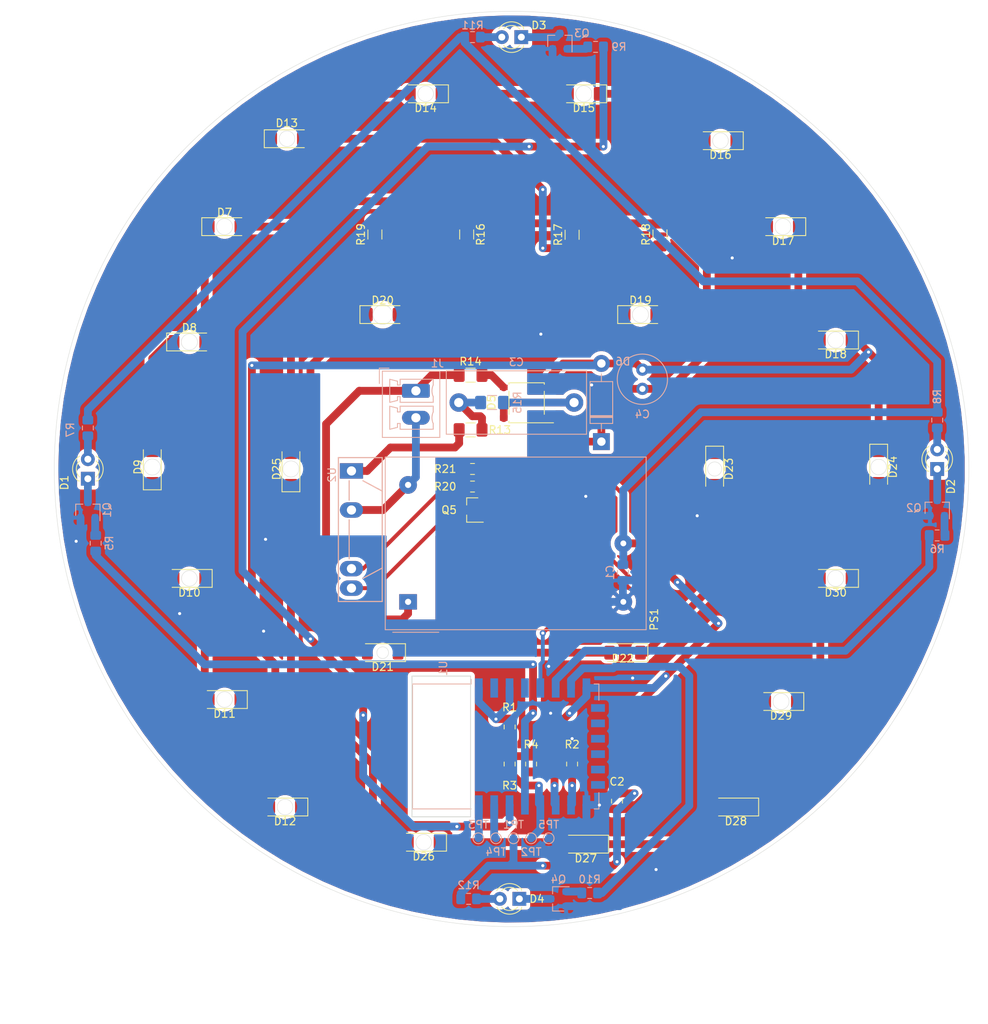
<source format=kicad_pcb>
(kicad_pcb (version 20171130) (host pcbnew 5.1.6-c6e7f7d~86~ubuntu20.04.1)
  (title_block (title SmartLamp) (date 2020-03-01) (rev v0.1) (company "M3C Tecnologia") (comment 2 "Design by Marcelo Martins Maia do Couto"))
  (layers (0 F.Cu signal) (31 B.Cu signal) (34 B.Paste user) (35 F.Paste user) (36 B.SilkS user) (37 F.SilkS user) (38 B.Mask user) (39 F.Mask user) (44 Edge.Cuts user))
  (net 0 "")
  (net 1 +3V3)
  (net 2 GNDREF)
  (net 3 "Net-(D1-Pad1)")
  (net 4 "Net-(D1-Pad2)")
  (net 5 "Net-(D2-Pad2)")
  (net 6 "Net-(D2-Pad1)")
  (net 7 "Net-(D3-Pad1)")
  (net 8 "Net-(D3-Pad2)")
  (net 9 "Net-(D4-Pad2)")
  (net 10 "Net-(D4-Pad1)")
  (net 11 "Net-(Q1-Pad1)")
  (net 12 "Net-(Q2-Pad1)")
  (net 13 "Net-(Q3-Pad1)")
  (net 14 "Net-(Q4-Pad1)")
  (net 15 "Net-(R1-Pad2)")
  (net 16 "Net-(R2-Pad1)")
  (net 17 "Net-(R3-Pad2)")
  (net 18 "Net-(R4-Pad2)")
  (net 19 IRLed_01)
  (net 20 IRLed_03)
  (net 21 IRLed_02)
  (net 22 IRLed_04)
  (net 23 "Net-(TP4-Pad1)")
  (net 24 "Net-(TP3-Pad1)")
  (net 25 "Net-(D5-Pad3)")
  (net 26 "Net-(C3-Pad2)")
  (net 27 "Net-(C3-Pad1)")
  (net 28 "Net-(C4-Pad2)")
  (net 29 "Net-(C4-Pad1)")
  (net 30 NEUTRO)
  (net 31 FASE)
  (net 32 "Net-(D7-Pad2)")
  (net 33 "Net-(D7-Pad1)")
  (net 34 "Net-(D8-Pad1)")
  (net 35 "Net-(D10-Pad2)")
  (net 36 "Net-(D10-Pad1)")
  (net 37 "Net-(D11-Pad1)")
  (net 38 "Net-(D13-Pad2)")
  (net 39 "Net-(D13-Pad1)")
  (net 40 "Net-(D14-Pad1)")
  (net 41 "Net-(D15-Pad1)")
  (net 42 "Net-(D16-Pad1)")
  (net 43 "Net-(D17-Pad1)")
  (net 44 "Net-(D19-Pad2)")
  (net 45 "Net-(D19-Pad1)")
  (net 46 "Net-(D20-Pad1)")
  (net 47 "Net-(D21-Pad1)")
  (net 48 "Net-(D22-Pad1)")
  (net 49 "Net-(D23-Pad1)")
  (net 50 "Net-(D25-Pad2)")
  (net 51 "Net-(D25-Pad1)")
  (net 52 "Net-(D26-Pad1)")
  (net 53 "Net-(D27-Pad1)")
  (net 54 "Net-(D28-Pad1)")
  (net 55 "Net-(D29-Pad1)")
  (net 56 "Net-(Q5-Pad3)")
  (net 57 "Net-(Q5-Pad1)")
  (net 58 "Net-(R13-Pad2)")
  (net 59 LIGHT)
  (net 60 "Net-(R21-Pad1)")
  (net 61 "Net-(U1-Pad2)")
  (net 62 "Net-(U1-Pad4)")
  (net 63 "Net-(U1-Pad9)")
  (net 64 "Net-(U1-Pad10)")
  (net 65 "Net-(U1-Pad11)")
  (net 66 "Net-(U1-Pad12)")
  (net 67 "Net-(U1-Pad13)")
  (net 68 "Net-(U1-Pad14)")
  (module Package_SIP:SIP4_Sharp-SSR_P7.62mm_Straight (layer B.Cu) (at 129.794 89.662 270)
    (fp_text reference U2 (at 0.508 2.54 270) (layer B.SilkS) (effects (justify mirror)))
    (fp_text value S216S02 hide)
    (pad 4 thru_hole oval (at 15.24 0 270) (size 2 3) (drill 1.2) (layers *.Cu *.Mask) (net 56 "Net-(Q5-Pad3)"))
    (pad 3 thru_hole oval (at 12.7 0 270) (size 2 3) (drill 1.2) (layers *.Cu *.Mask) (net 60 "Net-(R21-Pad1)"))
    (pad 2 thru_hole oval (at 5.08 0 270) (size 2 3) (drill 1.2) (layers *.Cu *.Mask) (net 31 FASE))
    (pad 1 thru_hole rect (at 0 0 270) (size 2 3) (drill 1.2) (layers *.Cu *.Mask) (net 58 "Net-(R13-Pad2)"))
  )
  (module Resistor_SMD:R_0805_2012Metric_Pad1.15x1.40mm_HandSolder (layer F.Cu) (at 145.542 89.408)
    (fp_text reference R21 (at -3.556 0) (layer F.SilkS))
    (fp_text value 100R hide)
    (pad 2 smd roundrect (at 1.025 0) (size 1.15 1.4) (layers F.Cu F.Paste F.Mask) (roundrect_rratio 0.217391) (net 1 +3V3))
    (pad 1 smd roundrect (at -1.025 0) (size 1.15 1.4) (layers F.Cu F.Paste F.Mask) (roundrect_rratio 0.217391) (net 60 "Net-(R21-Pad1)"))
  )
  (module Resistor_SMD:R_0805_2012Metric_Pad1.15x1.40mm_HandSolder (layer F.Cu) (at 145.542 91.694)
    (fp_text reference R20 (at -3.556 0) (layer F.SilkS))
    (fp_text value 1k hide)
    (pad 2 smd roundrect (at 1.025 0) (size 1.15 1.4) (layers F.Cu F.Paste F.Mask) (roundrect_rratio 0.217391) (net 59 LIGHT))
    (pad 1 smd roundrect (at -1.025 0) (size 1.15 1.4) (layers F.Cu F.Paste F.Mask) (roundrect_rratio 0.217391) (net 57 "Net-(Q5-Pad1)"))
  )
  (module Package_TO_SOT_SMD:SOT-23 (layer F.Cu) (at 145.542 94.742 180)
    (fp_text reference Q5 (at 3.048 0) (layer F.SilkS))
    (fp_text value BC847 hide)
    (pad 3 smd rect (at 1 0 180) (size 0.9 0.8) (layers F.Cu F.Paste F.Mask) (net 56 "Net-(Q5-Pad3)"))
    (pad 2 smd rect (at -1 0.95 180) (size 0.9 0.8) (layers F.Cu F.Paste F.Mask) (net 2 GNDREF))
    (pad 1 smd rect (at -1 -0.95 180) (size 0.9 0.8) (layers F.Cu F.Paste F.Mask) (net 57 "Net-(Q5-Pad1)"))
  )
  (module Resistor_SMD:R_1206_3216Metric_Pad1.42x1.75mm_HandSolder (layer F.Cu) (at 132.842 58.928 90)
    (fp_text reference R19 (at 0 -1.82 90) (layer F.SilkS))
    (fp_text value 120R hide)
    (pad 2 smd roundrect (at 1.4875 0 90) (size 1.425 1.75) (layers F.Cu F.Paste F.Mask) (roundrect_rratio 0.175439) (net 29 "Net-(C4-Pad1)"))
    (pad 1 smd roundrect (at -1.4875 0 90) (size 1.425 1.75) (layers F.Cu F.Paste F.Mask) (roundrect_rratio 0.175439) (net 50 "Net-(D25-Pad2)"))
  )
  (module Resistor_SMD:R_1206_3216Metric_Pad1.42x1.75mm_HandSolder (layer F.Cu) (at 169.926 58.928 90)
    (fp_text reference R18 (at 0 -1.82 90) (layer F.SilkS))
    (fp_text value 120R)
    (pad 2 smd roundrect (at 1.4875 0 90) (size 1.425 1.75) (layers F.Cu F.Paste F.Mask) (roundrect_rratio 0.175439) (net 29 "Net-(C4-Pad1)"))
    (pad 1 smd roundrect (at -1.4875 0 90) (size 1.425 1.75) (layers F.Cu F.Paste F.Mask) (roundrect_rratio 0.175439) (net 44 "Net-(D19-Pad2)"))
  )
  (module Resistor_SMD:R_1206_3216Metric_Pad1.42x1.75mm_HandSolder (layer F.Cu) (at 158.496 58.9645 90)
    (fp_text reference R17 (at 0 -1.82 90) (layer F.SilkS))
    (fp_text value 120R hide)
    (pad 2 smd roundrect (at 1.4875 0 90) (size 1.425 1.75) (layers F.Cu F.Paste F.Mask) (roundrect_rratio 0.175439) (net 29 "Net-(C4-Pad1)"))
    (pad 1 smd roundrect (at -1.4875 0 90) (size 1.425 1.75) (layers F.Cu F.Paste F.Mask) (roundrect_rratio 0.175439) (net 38 "Net-(D13-Pad2)"))
  )
  (module Resistor_SMD:R_1206_3216Metric_Pad1.42x1.75mm_HandSolder (layer F.Cu) (at 144.78 58.928 270)
    (fp_text reference R16 (at 0 -1.82 90) (layer F.SilkS))
    (fp_text value 120R hide)
    (pad 1 smd roundrect (at -1.4875 0 270) (size 1.425 1.75) (layers F.Cu F.Paste F.Mask) (roundrect_rratio 0.175439) (net 32 "Net-(D7-Pad2)"))
    (pad 2 smd roundrect (at 1.4875 0 270) (size 1.425 1.75) (layers F.Cu F.Paste F.Mask) (roundrect_rratio 0.175439) (net 29 "Net-(C4-Pad1)"))
  )
  (module LED_SMD:LED_1806_4516Metric (layer F.Cu) (at 192.786 103.632 180)
    (fp_text reference D30 (at 0 -1.85) (layer F.SilkS))
    (fp_text value LED hide)
    (pad 2 smd roundrect (at 2 0 180) (size 1.4 1.8) (layers F.Cu F.Paste F.Mask) (roundrect_rratio 0.178571) (net 55 "Net-(D29-Pad1)"))
    (pad 1 smd roundrect (at -2 0 180) (size 1.4 1.8) (layers F.Cu F.Paste F.Mask) (roundrect_rratio 0.178571) (net 28 "Net-(C4-Pad2)"))
  )
  (module LED_SMD:LED_1806_4516Metric (layer F.Cu) (at 185.674 119.634 180)
    (fp_text reference D29 (at 0 -1.85) (layer F.SilkS))
    (fp_text value LED hide)
    (pad 2 smd roundrect (at 2 0 180) (size 1.4 1.8) (layers F.Cu F.Paste F.Mask) (roundrect_rratio 0.178571) (net 54 "Net-(D28-Pad1)"))
    (pad 1 smd roundrect (at -2 0 180) (size 1.4 1.8) (layers F.Cu F.Paste F.Mask) (roundrect_rratio 0.178571) (net 55 "Net-(D29-Pad1)"))
  )
  (module LED_SMD:LED_1806_4516Metric (layer F.Cu) (at 179.8 133.35 180)
    (fp_text reference D28 (at 0 -1.85) (layer F.SilkS))
    (fp_text value LED hide)
    (pad 2 smd roundrect (at 2 0 180) (size 1.4 1.8) (layers F.Cu F.Paste F.Mask) (roundrect_rratio 0.178571) (net 53 "Net-(D27-Pad1)"))
    (pad 1 smd roundrect (at -2 0 180) (size 1.4 1.8) (layers F.Cu F.Paste F.Mask) (roundrect_rratio 0.178571) (net 54 "Net-(D28-Pad1)"))
  )
  (module LED_SMD:LED_1806_4516Metric (layer F.Cu) (at 160.274 138.176 180)
    (fp_text reference D27 (at 0 -1.85) (layer F.SilkS))
    (fp_text value LED hide)
    (pad 2 smd roundrect (at 2 0 180) (size 1.4 1.8) (layers F.Cu F.Paste F.Mask) (roundrect_rratio 0.178571) (net 52 "Net-(D26-Pad1)"))
    (pad 1 smd roundrect (at -2 0 180) (size 1.4 1.8) (layers F.Cu F.Paste F.Mask) (roundrect_rratio 0.178571) (net 53 "Net-(D27-Pad1)"))
  )
  (module LED_SMD:LED_1806_4516Metric (layer F.Cu) (at 139.192 137.922 180)
    (fp_text reference D26 (at 0 -1.85) (layer F.SilkS))
    (fp_text value LED hide)
    (pad 2 smd roundrect (at 2 0 180) (size 1.4 1.8) (layers F.Cu F.Paste F.Mask) (roundrect_rratio 0.178571) (net 51 "Net-(D25-Pad1)"))
    (pad 1 smd roundrect (at -2 0 180) (size 1.4 1.8) (layers F.Cu F.Paste F.Mask) (roundrect_rratio 0.178571) (net 52 "Net-(D26-Pad1)"))
  )
  (module LED_SMD:LED_1806_4516Metric (layer F.Cu) (at 121.92 89.408 90)
    (fp_text reference D25 (at 0 -1.85 90) (layer F.SilkS))
    (fp_text value LED hide)
    (pad 2 smd roundrect (at 2 0 90) (size 1.4 1.8) (layers F.Cu F.Paste F.Mask) (roundrect_rratio 0.178571) (net 50 "Net-(D25-Pad2)"))
    (pad 1 smd roundrect (at -2 0 90) (size 1.4 1.8) (layers F.Cu F.Paste F.Mask) (roundrect_rratio 0.178571) (net 51 "Net-(D25-Pad1)"))
  )
  (module LED_SMD:LED_1806_4516Metric (layer F.Cu) (at 198.374 89.154 270)
    (fp_text reference D24 (at 0 -1.85 90) (layer F.SilkS))
    (fp_text value LED hide)
    (pad 2 smd roundrect (at 2 0 270) (size 1.4 1.8) (layers F.Cu F.Paste F.Mask) (roundrect_rratio 0.178571) (net 49 "Net-(D23-Pad1)"))
    (pad 1 smd roundrect (at -2 0 270) (size 1.4 1.8) (layers F.Cu F.Paste F.Mask) (roundrect_rratio 0.178571) (net 28 "Net-(C4-Pad2)"))
  )
  (module LED_SMD:LED_1806_4516Metric (layer F.Cu) (at 177.038 89.408 270)
    (fp_text reference D23 (at 0 -1.85 90) (layer F.SilkS))
    (fp_text value LED hide)
    (pad 2 smd roundrect (at 2 0 270) (size 1.4 1.8) (layers F.Cu F.Paste F.Mask) (roundrect_rratio 0.178571) (net 48 "Net-(D22-Pad1)"))
    (pad 1 smd roundrect (at -2 0 270) (size 1.4 1.8) (layers F.Cu F.Paste F.Mask) (roundrect_rratio 0.178571) (net 49 "Net-(D23-Pad1)"))
  )
  (module LED_SMD:LED_1806_4516Metric (layer F.Cu) (at 165.386 113.284 180)
    (fp_text reference D22 (at 0.286 -0.762) (layer F.SilkS))
    (fp_text value LED hide)
    (pad 2 smd roundrect (at 2 0 180) (size 1.4 1.8) (layers F.Cu F.Paste F.Mask) (roundrect_rratio 0.178571) (net 47 "Net-(D21-Pad1)"))
    (pad 1 smd roundrect (at -2 0 180) (size 1.4 1.8) (layers F.Cu F.Paste F.Mask) (roundrect_rratio 0.178571) (net 48 "Net-(D22-Pad1)"))
  )
  (module LED_SMD:LED_1806_4516Metric (layer F.Cu) (at 133.858 113.284 180)
    (fp_text reference D21 (at 0 -1.85) (layer F.SilkS))
    (fp_text value LED hide)
    (pad 2 smd roundrect (at 2 0 180) (size 1.4 1.8) (layers F.Cu F.Paste F.Mask) (roundrect_rratio 0.178571) (net 46 "Net-(D20-Pad1)"))
    (pad 1 smd roundrect (at -2 0 180) (size 1.4 1.8) (layers F.Cu F.Paste F.Mask) (roundrect_rratio 0.178571) (net 47 "Net-(D21-Pad1)"))
  )
  (module LED_SMD:LED_1806_4516Metric (layer F.Cu) (at 133.858 69.342)
    (fp_text reference D20 (at 0 -1.85) (layer F.SilkS))
    (fp_text value LED hide)
    (pad 2 smd roundrect (at 2 0) (size 1.4 1.8) (layers F.Cu F.Paste F.Mask) (roundrect_rratio 0.178571) (net 45 "Net-(D19-Pad1)"))
    (pad 1 smd roundrect (at -2 0) (size 1.4 1.8) (layers F.Cu F.Paste F.Mask) (roundrect_rratio 0.178571) (net 46 "Net-(D20-Pad1)"))
  )
  (module LED_SMD:LED_1806_4516Metric (layer F.Cu) (at 167.386 69.342)
    (fp_text reference D19 (at 0 -1.85) (layer F.SilkS))
    (fp_text value LED hide)
    (pad 2 smd roundrect (at 2 0) (size 1.4 1.8) (layers F.Cu F.Paste F.Mask) (roundrect_rratio 0.178571) (net 44 "Net-(D19-Pad2)"))
    (pad 1 smd roundrect (at -2 0) (size 1.4 1.8) (layers F.Cu F.Paste F.Mask) (roundrect_rratio 0.178571) (net 45 "Net-(D19-Pad1)"))
  )
  (module LED_SMD:LED_1806_4516Metric (layer F.Cu) (at 192.786 72.644 180)
    (fp_text reference D18 (at 0 -1.85) (layer F.SilkS))
    (fp_text value LED hide)
    (pad 2 smd roundrect (at 2 0 180) (size 1.4 1.8) (layers F.Cu F.Paste F.Mask) (roundrect_rratio 0.178571) (net 43 "Net-(D17-Pad1)"))
    (pad 1 smd roundrect (at -2 0 180) (size 1.4 1.8) (layers F.Cu F.Paste F.Mask) (roundrect_rratio 0.178571) (net 28 "Net-(C4-Pad2)"))
  )
  (module LED_SMD:LED_1806_4516Metric (layer F.Cu) (at 185.928 57.912 180)
    (fp_text reference D17 (at 0 -1.85) (layer F.SilkS))
    (fp_text value LED hide)
    (pad 2 smd roundrect (at 2 0 180) (size 1.4 1.8) (layers F.Cu F.Paste F.Mask) (roundrect_rratio 0.178571) (net 42 "Net-(D16-Pad1)"))
    (pad 1 smd roundrect (at -2 0 180) (size 1.4 1.8) (layers F.Cu F.Paste F.Mask) (roundrect_rratio 0.178571) (net 43 "Net-(D17-Pad1)"))
  )
  (module LED_SMD:LED_1806_4516Metric (layer F.Cu) (at 177.8 46.736 180)
    (fp_text reference D16 (at 0 -1.85) (layer F.SilkS))
    (fp_text value LED hide)
    (pad 2 smd roundrect (at 2 0 180) (size 1.4 1.8) (layers F.Cu F.Paste F.Mask) (roundrect_rratio 0.178571) (net 41 "Net-(D15-Pad1)"))
    (pad 1 smd roundrect (at -2 0 180) (size 1.4 1.8) (layers F.Cu F.Paste F.Mask) (roundrect_rratio 0.178571) (net 42 "Net-(D16-Pad1)"))
  )
  (module LED_SMD:LED_1806_4516Metric (layer F.Cu) (at 160.02 40.64 180)
    (fp_text reference D15 (at 0 -1.85) (layer F.SilkS))
    (fp_text value LED hide)
    (pad 2 smd roundrect (at 2 0 180) (size 1.4 1.8) (layers F.Cu F.Paste F.Mask) (roundrect_rratio 0.178571) (net 40 "Net-(D14-Pad1)"))
    (pad 1 smd roundrect (at -2 0 180) (size 1.4 1.8) (layers F.Cu F.Paste F.Mask) (roundrect_rratio 0.178571) (net 41 "Net-(D15-Pad1)"))
  )
  (module LED_SMD:LED_1806_4516Metric (layer F.Cu) (at 139.446 40.64 180)
    (fp_text reference D14 (at 0 -1.85) (layer F.SilkS))
    (fp_text value LED hide)
    (pad 2 smd roundrect (at 2 0 180) (size 1.4 1.8) (layers F.Cu F.Paste F.Mask) (roundrect_rratio 0.178571) (net 39 "Net-(D13-Pad1)"))
    (pad 1 smd roundrect (at -2 0 180) (size 1.4 1.8) (layers F.Cu F.Paste F.Mask) (roundrect_rratio 0.178571) (net 40 "Net-(D14-Pad1)"))
  )
  (module LED_SMD:LED_1806_4516Metric (layer F.Cu) (at 121.412 46.482)
    (fp_text reference D13 (at -0.032 -2.032) (layer F.SilkS))
    (fp_text value LED hide)
    (pad 2 smd roundrect (at 2 0) (size 1.4 1.8) (layers F.Cu F.Paste F.Mask) (roundrect_rratio 0.178571) (net 38 "Net-(D13-Pad2)"))
    (pad 1 smd roundrect (at -2 0) (size 1.4 1.8) (layers F.Cu F.Paste F.Mask) (roundrect_rratio 0.178571) (net 39 "Net-(D13-Pad1)"))
  )
  (module LED_SMD:LED_1806_4516Metric (layer F.Cu) (at 121.158 133.35 180)
    (fp_text reference D12 (at 0 -1.85) (layer F.SilkS))
    (fp_text value LED hide)
    (pad 1 smd roundrect (at -2 0 180) (size 1.4 1.8) (layers F.Cu F.Paste F.Mask) (roundrect_rratio 0.178571) (net 28 "Net-(C4-Pad2)"))
    (pad 2 smd roundrect (at 2 0 180) (size 1.4 1.8) (layers F.Cu F.Paste F.Mask) (roundrect_rratio 0.178571) (net 37 "Net-(D11-Pad1)"))
  )
  (module LED_SMD:LED_1806_4516Metric (layer F.Cu) (at 113.284 119.38 180)
    (fp_text reference D11 (at 0 -1.85) (layer F.SilkS))
    (fp_text value LED hide)
    (pad 2 smd roundrect (at 2 0 180) (size 1.4 1.8) (layers F.Cu F.Paste F.Mask) (roundrect_rratio 0.178571) (net 36 "Net-(D10-Pad1)"))
    (pad 1 smd roundrect (at -2 0 180) (size 1.4 1.8) (layers F.Cu F.Paste F.Mask) (roundrect_rratio 0.178571) (net 37 "Net-(D11-Pad1)"))
  )
  (module LED_SMD:LED_1806_4516Metric (layer F.Cu) (at 108.712 103.632 180)
    (fp_text reference D10 (at 0 -1.85) (layer F.SilkS))
    (fp_text value LED hide)
    (pad 2 smd roundrect (at 2 0 180) (size 1.4 1.8) (layers F.Cu F.Paste F.Mask) (roundrect_rratio 0.178571) (net 35 "Net-(D10-Pad2)"))
    (pad 1 smd roundrect (at -2 0 180) (size 1.4 1.8) (layers F.Cu F.Paste F.Mask) (roundrect_rratio 0.178571) (net 36 "Net-(D10-Pad1)"))
  )
  (module LED_SMD:LED_1806_4516Metric (layer F.Cu) (at 103.886 89.154 90)
    (fp_text reference D9 (at 0 -1.850001 270) (layer F.SilkS))
    (fp_text value LED hide)
    (pad 2 smd roundrect (at 2 0 90) (size 1.4 1.8) (layers F.Cu F.Paste F.Mask) (roundrect_rratio 0.178571) (net 34 "Net-(D8-Pad1)"))
    (pad 1 smd roundrect (at -2 0 90) (size 1.4 1.8) (layers F.Cu F.Paste F.Mask) (roundrect_rratio 0.178571) (net 35 "Net-(D10-Pad2)"))
  )
  (module LED_SMD:LED_1806_4516Metric (layer F.Cu) (at 108.712 72.898)
    (fp_text reference D8 (at 0 -1.85) (layer F.SilkS))
    (fp_text value LED hide)
    (pad 2 smd roundrect (at 2 0) (size 1.4 1.8) (layers F.Cu F.Paste F.Mask) (roundrect_rratio 0.178571) (net 33 "Net-(D7-Pad1)"))
    (pad 1 smd roundrect (at -2 0) (size 1.4 1.8) (layers F.Cu F.Paste F.Mask) (roundrect_rratio 0.178571) (net 34 "Net-(D8-Pad1)"))
  )
  (module LED_SMD:LED_1806_4516Metric (layer F.Cu) (at 113.284 57.912)
    (fp_text reference D7 (at 0 -1.85) (layer F.SilkS))
    (fp_text value LED hide)
    (pad 2 smd roundrect (at 2 0) (size 1.4 1.8) (layers F.Cu F.Paste F.Mask) (roundrect_rratio 0.178571) (net 32 "Net-(D7-Pad2)"))
    (pad 1 smd roundrect (at -2 0) (size 1.4 1.8) (layers F.Cu F.Paste F.Mask) (roundrect_rratio 0.178571) (net 33 "Net-(D7-Pad1)"))
  )
  (module Resistor_SMD:R_1206_3216Metric_Pad1.42x1.75mm_HandSolder (layer B.Cu) (at 148.082 80.772)
    (fp_text reference R15 (at 3.302 0 -90) (layer B.SilkS) (effects (justify mirror)))
    (fp_text value "470K 250mW" hide)
    (pad 2 smd roundrect (at 1.4875 0) (size 1.425 1.75) (layers B.Cu B.Paste B.Mask) (roundrect_rratio 0.175439) (net 27 "Net-(C3-Pad1)"))
    (pad 1 smd roundrect (at -1.4875 0) (size 1.425 1.75) (layers B.Cu B.Paste B.Mask) (roundrect_rratio 0.175439) (net 26 "Net-(C3-Pad2)"))
  )
  (module Resistor_SMD:R_1206_3216Metric_Pad1.42x1.75mm_HandSolder (layer F.Cu) (at 145.288 77.216 180)
    (fp_text reference R14 (at 0 1.778) (layer F.SilkS))
    (fp_text value "120R 500mW" hide)
    (pad 2 smd roundrect (at 1.4875 0 180) (size 1.425 1.75) (layers F.Cu F.Paste F.Mask) (roundrect_rratio 0.175439) (net 30 NEUTRO))
    (pad 1 smd roundrect (at -1.4875 0 180) (size 1.425 1.75) (layers F.Cu F.Paste F.Mask) (roundrect_rratio 0.175439) (net 25 "Net-(D5-Pad3)"))
  )
  (module Resistor_SMD:R_1206_3216Metric_Pad1.42x1.75mm_HandSolder (layer F.Cu) (at 145.288 84.328 180)
    (fp_text reference R13 (at -3.81 0) (layer F.SilkS))
    (fp_text value "120R 500mW" hide)
    (pad 2 smd roundrect (at 1.4875 0 180) (size 1.425 1.75) (layers F.Cu F.Paste F.Mask) (roundrect_rratio 0.175439) (net 58 "Net-(R13-Pad2)"))
    (pad 1 smd roundrect (at -1.4875 0 180) (size 1.425 1.75) (layers F.Cu F.Paste F.Mask) (roundrect_rratio 0.175439) (net 26 "Net-(C3-Pad2)"))
  )
  (module Diode_THT:D_DO-41_SOD81_P10.16mm_Horizontal (layer B.Cu) (at 162.306 85.852 90)
    (fp_text reference D6 (at 10.414 2.794 180) (layer B.SilkS) (effects (justify mirror)))
    (fp_text value 1N47xxA hide)
    (pad 2 thru_hole oval (at 10.16 0 90) (size 2.2 2.2) (drill 1.1) (layers *.Cu *.Mask) (net 28 "Net-(C4-Pad2)"))
    (pad 1 thru_hole rect (at 0 0 90) (size 2.2 2.2) (drill 1.1) (layers *.Cu *.Mask) (net 29 "Net-(C4-Pad1)"))
  )
  (module Diode_SMD:Diode_Bridge_Diotec_ABS (layer F.Cu) (at 152.581 80.804 180)
    (fp_text reference D5 (at 4.572 0.032 90) (layer F.SilkS))
    (fp_text value ABS2 hide)
    (pad 4 smd rect (at 2.975 -2 180) (size 1 0.7) (layers F.Cu F.Paste F.Mask) (net 27 "Net-(C3-Pad1)"))
    (pad 3 smd rect (at 2.975 2 180) (size 1 0.7) (layers F.Cu F.Paste F.Mask) (net 25 "Net-(D5-Pad3)"))
    (pad 2 smd rect (at -2.975 2 180) (size 1 0.7) (layers F.Cu F.Paste F.Mask) (net 28 "Net-(C4-Pad2)"))
    (pad 1 smd rect (at -2.975 -2 180) (size 1 0.7) (layers F.Cu F.Paste F.Mask) (net 29 "Net-(C4-Pad1)"))
  )
  (module Capacitor_THT:C_Radial_D6.3mm_H11.0mm_P2.50mm (layer B.Cu) (at 167.64 78.994 90)
    (fp_text reference C4 (at -3.302 0 180) (layer B.SilkS) (effects (justify mirror)))
    (fp_text value "47uF 25V" hide)
    (pad 2 thru_hole circle (at 2.5 0 90) (size 1.6 1.6) (drill 0.8) (layers *.Cu *.Mask) (net 28 "Net-(C4-Pad2)"))
    (pad 1 thru_hole circle (at 0 0 90) (size 1.6 1.6) (drill 0.8) (layers *.Cu *.Mask) (net 29 "Net-(C4-Pad1)"))
  )
  (module Capacitor_THT:C_Rect_L18.0mm_W8.0mm_P15.00mm_FKS3_FKP3 (layer B.Cu) (at 158.75 80.772 180)
    (fp_text reference C3 (at 7.5 5.25) (layer B.SilkS) (effects (justify mirror)))
    (fp_text value "0.47uF 400V" hide)
    (pad 2 thru_hole circle (at 15 0 180) (size 2.4 2.4) (drill 1.2) (layers *.Cu *.Mask) (net 26 "Net-(C3-Pad2)"))
    (pad 1 thru_hole circle (at 0 0 180) (size 2.4 2.4) (drill 1.2) (layers *.Cu *.Mask) (net 27 "Net-(C3-Pad1)"))
  )
  (module Capacitor_SMD:C_0805_2012Metric_Pad1.15x1.40mm_HandSolder (layer B.Cu) (at 165.1 102.87 270)
    (fp_text reference C1 (at 0 1.65 90) (layer B.SilkS) (effects (justify mirror)))
    (fp_text value C hide)
    (pad 1 smd roundrect (at -1.025 0 270) (size 1.15 1.4) (layers B.Cu B.Paste B.Mask) (roundrect_rratio 0.217391) (net 1 +3V3))
    (pad 2 smd roundrect (at 1.025 0 270) (size 1.15 1.4) (layers B.Cu B.Paste B.Mask) (roundrect_rratio 0.217391) (net 2 GNDREF))
  )
  (module Capacitor_SMD:C_0805_2012Metric_Pad1.15x1.40mm_HandSolder (layer F.Cu) (at 164.338 132.588 270)
    (fp_text reference C2 (at -2.54 0 180) (layer F.SilkS))
    (fp_text value C hide)
    (pad 2 smd roundrect (at 1.025 0 270) (size 1.15 1.4) (layers F.Cu F.Paste F.Mask) (roundrect_rratio 0.217391) (net 2 GNDREF))
    (pad 1 smd roundrect (at -1.025 0 270) (size 1.15 1.4) (layers F.Cu F.Paste F.Mask) (roundrect_rratio 0.217391) (net 1 +3V3))
  )
  (module LED_THT:LED_D3.0mm_IRBlack (layer F.Cu) (at 95.504 90.678 90)
    (fp_text reference D1 (at -0.508 -3.048 90) (layer F.SilkS))
    (fp_text value IR204A hide)
    (pad 1 thru_hole rect (at 0 0 90) (size 1.8 1.8) (drill 0.9) (layers *.Cu *.Mask) (net 3 "Net-(D1-Pad1)"))
    (pad 2 thru_hole circle (at 2.54 0 90) (size 1.8 1.8) (drill 0.9) (layers *.Cu *.Mask) (net 4 "Net-(D1-Pad2)"))
  )
  (module LED_THT:LED_D3.0mm_IRBlack (layer F.Cu) (at 205.994 89.408 90)
    (fp_text reference D2 (at -2.286 1.778 270) (layer F.SilkS))
    (fp_text value IR204A hide)
    (pad 2 thru_hole circle (at 2.54 0 90) (size 1.8 1.8) (drill 0.9) (layers *.Cu *.Mask) (net 5 "Net-(D2-Pad2)"))
    (pad 1 thru_hole rect (at 0 0 90) (size 1.8 1.8) (drill 0.9) (layers *.Cu *.Mask) (net 6 "Net-(D2-Pad1)"))
  )
  (module LED_THT:LED_D3.0mm_IRBlack (layer F.Cu) (at 151.892 33.274 180)
    (fp_text reference D3 (at -2.286 1.524 180) (layer F.SilkS))
    (fp_text value IR204A hide)
    (pad 1 thru_hole rect (at 0 0 180) (size 1.8 1.8) (drill 0.9) (layers *.Cu *.Mask) (net 7 "Net-(D3-Pad1)"))
    (pad 2 thru_hole circle (at 2.54 0 180) (size 1.8 1.8) (drill 0.9) (layers *.Cu *.Mask) (net 8 "Net-(D3-Pad2)"))
  )
  (module LED_THT:LED_D3.0mm_IRBlack (layer F.Cu) (at 151.638 145.288 180)
    (fp_text reference D4 (at -2.286 0) (layer F.SilkS))
    (fp_text value IR204A hide)
    (pad 2 thru_hole circle (at 2.54 0 180) (size 1.8 1.8) (drill 0.9) (layers *.Cu *.Mask) (net 9 "Net-(D4-Pad2)"))
    (pad 1 thru_hole rect (at 0 0 180) (size 1.8 1.8) (drill 0.9) (layers *.Cu *.Mask) (net 10 "Net-(D4-Pad1)"))
  )
  (module Converter_ACDC:Converter_ACDC_MeanWell_IRM-02-xx_THT (layer B.Cu) (at 137.16 106.68)
    (fp_text reference PS1 (at 32.004 2.286 270) (layer F.SilkS))
    (fp_text value IRM-02-3.3 hide)
    (pad 3 thru_hole circle (at 28 0) (size 2.3 2.3) (drill 0.76) (layers *.Cu *.Mask) (net 2 GNDREF))
    (pad 1 thru_hole rect (at 0 0) (size 2.3 2) (drill 0.8) (layers *.Cu *.Mask) (net 30 NEUTRO))
    (pad 2 thru_hole circle (at 0 -15.2) (size 2.3 2.3) (drill 0.8) (layers *.Cu *.Mask) (net 31 FASE))
    (pad 4 thru_hole circle (at 28 -7.6) (size 2.3 2.3) (drill 0.76) (layers *.Cu *.Mask) (net 1 +3V3))
  )
  (module Package_TO_SOT_SMD:SOT-23 (layer B.Cu) (at 95.504 94.742 90)
    (fp_text reference Q1 (at 0 2.5 90) (layer B.SilkS) (effects (justify mirror)))
    (fp_text value BC849 hide)
    (pad 1 smd rect (at -1 0.95 90) (size 0.9 0.8) (layers B.Cu B.Paste B.Mask) (net 11 "Net-(Q1-Pad1)"))
    (pad 2 smd rect (at -1 -0.95 90) (size 0.9 0.8) (layers B.Cu B.Paste B.Mask) (net 2 GNDREF))
    (pad 3 smd rect (at 1 0 90) (size 0.9 0.8) (layers B.Cu B.Paste B.Mask) (net 3 "Net-(D1-Pad1)"))
  )
  (module Package_TO_SOT_SMD:SOT-23 (layer B.Cu) (at 205.994 94.488 90)
    (fp_text reference Q2 (at 0.016 -3.048) (layer B.SilkS) (effects (justify mirror)))
    (fp_text value BC849 hide)
    (pad 1 smd rect (at -1 0.95 90) (size 0.9 0.8) (layers B.Cu B.Paste B.Mask) (net 12 "Net-(Q2-Pad1)"))
    (pad 2 smd rect (at -1 -0.95 90) (size 0.9 0.8) (layers B.Cu B.Paste B.Mask) (net 2 GNDREF))
    (pad 3 smd rect (at 1 0 90) (size 0.9 0.8) (layers B.Cu B.Paste B.Mask) (net 6 "Net-(D2-Pad1)"))
  )
  (module Package_TO_SOT_SMD:SOT-23 (layer B.Cu) (at 156.906 33.798 90)
    (fp_text reference Q3 (at 1.032 2.86 180) (layer B.SilkS) (effects (justify mirror)))
    (fp_text value BC849 hide)
    (pad 3 smd rect (at 1 0 90) (size 0.9 0.8) (layers B.Cu B.Paste B.Mask) (net 7 "Net-(D3-Pad1)"))
    (pad 2 smd rect (at -1 -0.95 90) (size 0.9 0.8) (layers B.Cu B.Paste B.Mask) (net 2 GNDREF))
    (pad 1 smd rect (at -1 0.95 90) (size 0.9 0.8) (layers B.Cu B.Paste B.Mask) (net 13 "Net-(Q3-Pad1)"))
  )
  (module Package_TO_SOT_SMD:SOT-23 (layer B.Cu) (at 156.718 145.288 180)
    (fp_text reference Q4 (at 0 2.54) (layer B.SilkS) (effects (justify mirror)))
    (fp_text value BC849 hide)
    (pad 3 smd rect (at 1 0 180) (size 0.9 0.8) (layers B.Cu B.Paste B.Mask) (net 10 "Net-(D4-Pad1)"))
    (pad 2 smd rect (at -1 -0.95 180) (size 0.9 0.8) (layers B.Cu B.Paste B.Mask) (net 2 GNDREF))
    (pad 1 smd rect (at -1 0.95 180) (size 0.9 0.8) (layers B.Cu B.Paste B.Mask) (net 14 "Net-(Q4-Pad1)"))
  )
  (module Capacitor_SMD:C_0805_2012Metric_Pad1.15x1.40mm_HandSolder (layer F.Cu) (at 150.368 122.945 90)
    (fp_text reference R1 (at 2.549 0 180) (layer F.SilkS))
    (fp_text value 3.3k hide)
    (pad 1 smd roundrect (at -1.025 0 90) (size 1.15 1.4) (layers F.Cu F.Paste F.Mask) (roundrect_rratio 0.217391) (net 1 +3V3))
    (pad 2 smd roundrect (at 1.025 0 90) (size 1.15 1.4) (layers F.Cu F.Paste F.Mask) (roundrect_rratio 0.217391) (net 15 "Net-(R1-Pad2)"))
  )
  (module Capacitor_SMD:C_0805_2012Metric_Pad1.15x1.40mm_HandSolder (layer F.Cu) (at 158.496 127.762 90)
    (fp_text reference R2 (at 2.54 0 180) (layer F.SilkS))
    (fp_text value 3.3k hide)
    (pad 2 smd roundrect (at 1.025 0 90) (size 1.15 1.4) (layers F.Cu F.Paste F.Mask) (roundrect_rratio 0.217391) (net 2 GNDREF))
    (pad 1 smd roundrect (at -1.025 0 90) (size 1.15 1.4) (layers F.Cu F.Paste F.Mask) (roundrect_rratio 0.217391) (net 16 "Net-(R2-Pad1)"))
  )
  (module Capacitor_SMD:C_0805_2012Metric_Pad1.15x1.40mm_HandSolder (layer F.Cu) (at 150.368 127.762 270)
    (fp_text reference R3 (at 2.794 0) (layer F.SilkS))
    (fp_text value 3.3k hide)
    (pad 2 smd roundrect (at 1.025 0 270) (size 1.15 1.4) (layers F.Cu F.Paste F.Mask) (roundrect_rratio 0.217391) (net 17 "Net-(R3-Pad2)"))
    (pad 1 smd roundrect (at -1.025 0 270) (size 1.15 1.4) (layers F.Cu F.Paste F.Mask) (roundrect_rratio 0.217391) (net 1 +3V3))
  )
  (module Capacitor_SMD:C_0805_2012Metric_Pad1.15x1.40mm_HandSolder (layer F.Cu) (at 153.162 127.762 270)
    (fp_text reference R4 (at -2.54 0) (layer F.SilkS))
    (fp_text value 3.3k hide)
    (pad 1 smd roundrect (at -1.025 0 270) (size 1.15 1.4) (layers F.Cu F.Paste F.Mask) (roundrect_rratio 0.217391) (net 1 +3V3))
    (pad 2 smd roundrect (at 1.025 0 270) (size 1.15 1.4) (layers F.Cu F.Paste F.Mask) (roundrect_rratio 0.217391) (net 18 "Net-(R4-Pad2)"))
  )
  (module Resistor_SMD:R_0805_2012Metric_Pad1.15x1.40mm_HandSolder (layer B.Cu) (at 96.52 99.06 270)
    (fp_text reference R5 (at 0 -1.778 90) (layer B.SilkS) (effects (justify mirror)))
    (fp_text value 1k hide)
    (pad 1 smd roundrect (at -1.025 0 270) (size 1.15 1.4) (layers B.Cu B.Paste B.Mask) (roundrect_rratio 0.217391) (net 11 "Net-(Q1-Pad1)"))
    (pad 2 smd roundrect (at 1.025 0 270) (size 1.15 1.4) (layers B.Cu B.Paste B.Mask) (roundrect_rratio 0.217391) (net 19 IRLed_01))
  )
  (module Resistor_SMD:R_0805_2012Metric_Pad1.15x1.40mm_HandSolder (layer B.Cu) (at 205.985 98.044 180)
    (fp_text reference R6 (at -0.009 -1.778) (layer B.SilkS) (effects (justify mirror)))
    (fp_text value 1k hide)
    (pad 1 smd roundrect (at -1.025 0 180) (size 1.15 1.4) (layers B.Cu B.Paste B.Mask) (roundrect_rratio 0.217391) (net 12 "Net-(Q2-Pad1)"))
    (pad 2 smd roundrect (at 1.025 0 180) (size 1.15 1.4) (layers B.Cu B.Paste B.Mask) (roundrect_rratio 0.217391) (net 20 IRLed_03))
  )
  (module Resistor_SMD:R_0805_2012Metric_Pad1.15x1.40mm_HandSolder (layer B.Cu) (at 95.504 84.074 90)
    (fp_text reference R7 (at -0.254 -2.286 90) (layer B.SilkS) (effects (justify mirror)))
    (fp_text value 100R hide)
    (pad 2 smd roundrect (at 1.025 0 90) (size 1.15 1.4) (layers B.Cu B.Paste B.Mask) (roundrect_rratio 0.217391) (net 1 +3V3))
    (pad 1 smd roundrect (at -1.025 0 90) (size 1.15 1.4) (layers B.Cu B.Paste B.Mask) (roundrect_rratio 0.217391) (net 4 "Net-(D1-Pad2)"))
  )
  (module Resistor_SMD:R_0805_2012Metric_Pad1.15x1.40mm_HandSolder (layer B.Cu) (at 205.994 83.058 270)
    (fp_text reference R8 (at -3.048 0 90) (layer B.SilkS) (effects (justify mirror)))
    (fp_text value 100R hide)
    (pad 2 smd roundrect (at 1.025 0 270) (size 1.15 1.4) (layers B.Cu B.Paste B.Mask) (roundrect_rratio 0.217391) (net 5 "Net-(D2-Pad2)"))
    (pad 1 smd roundrect (at -1.025 0 270) (size 1.15 1.4) (layers B.Cu B.Paste B.Mask) (roundrect_rratio 0.217391) (net 1 +3V3))
  )
  (module Resistor_SMD:R_0805_2012Metric_Pad1.15x1.40mm_HandSolder (layer B.Cu) (at 161.553 34.544)
    (fp_text reference R9 (at 3.039 0) (layer B.SilkS) (effects (justify mirror)))
    (fp_text value 1k hide)
    (pad 2 smd roundrect (at 1.025 0) (size 1.15 1.4) (layers B.Cu B.Paste B.Mask) (roundrect_rratio 0.217391) (net 21 IRLed_02))
    (pad 1 smd roundrect (at -1.025 0) (size 1.15 1.4) (layers B.Cu B.Paste B.Mask) (roundrect_rratio 0.217391) (net 13 "Net-(Q3-Pad1)"))
  )
  (module Resistor_SMD:R_0805_2012Metric_Pad1.15x1.40mm_HandSolder (layer B.Cu) (at 160.782 144.526)
    (fp_text reference R10 (at 0 -1.778) (layer B.SilkS) (effects (justify mirror)))
    (fp_text value 1k hide)
    (pad 1 smd roundrect (at -1.025 0) (size 1.15 1.4) (layers B.Cu B.Paste B.Mask) (roundrect_rratio 0.217391) (net 14 "Net-(Q4-Pad1)"))
    (pad 2 smd roundrect (at 1.025 0) (size 1.15 1.4) (layers B.Cu B.Paste B.Mask) (roundrect_rratio 0.217391) (net 22 IRLed_04))
  )
  (module Resistor_SMD:R_0805_2012Metric_Pad1.15x1.40mm_HandSolder (layer B.Cu) (at 145.542 33.274)
    (fp_text reference R11 (at 0 -1.524 180) (layer B.SilkS) (effects (justify mirror)))
    (fp_text value 100R hide)
    (pad 1 smd roundrect (at -1.025 0) (size 1.15 1.4) (layers B.Cu B.Paste B.Mask) (roundrect_rratio 0.217391) (net 1 +3V3))
    (pad 2 smd roundrect (at 1.025 0) (size 1.15 1.4) (layers B.Cu B.Paste B.Mask) (roundrect_rratio 0.217391) (net 8 "Net-(D3-Pad2)"))
  )
  (module Resistor_SMD:R_0805_2012Metric_Pad1.15x1.40mm_HandSolder (layer B.Cu) (at 145.034 145.288)
    (fp_text reference R12 (at 0 -1.778) (layer B.SilkS) (effects (justify mirror)))
    (fp_text value 100R hide)
    (pad 2 smd roundrect (at 1.025 0) (size 1.15 1.4) (layers B.Cu B.Paste B.Mask) (roundrect_rratio 0.217391) (net 9 "Net-(D4-Pad2)"))
    (pad 1 smd roundrect (at -1.025 0) (size 1.15 1.4) (layers B.Cu B.Paste B.Mask) (roundrect_rratio 0.217391) (net 1 +3V3))
  )
  (module RF_Module:ESP-12E (layer B.Cu) (at 149.86 125.476 270)
    (fp_text reference U1 (at -10.16 8.128 90) (layer B.SilkS) (effects (justify mirror)))
    (fp_text value ESP-12E)
    (pad 1 smd rect (at -7.6 3.5 270) (size 2.5 1) (layers B.Cu B.Paste B.Mask) (net 15 "Net-(R1-Pad2)"))
    (pad 2 smd rect (at -7.6 1.5 270) (size 2.5 1) (layers B.Cu B.Paste B.Mask) (net 61 "Net-(U1-Pad2)"))
    (pad 3 smd rect (at -7.6 -0.5 270) (size 2.5 1) (layers B.Cu B.Paste B.Mask) (net 15 "Net-(R1-Pad2)"))
    (pad 4 smd rect (at -7.6 -2.5 270) (size 2.5 1) (layers B.Cu B.Paste B.Mask) (net 62 "Net-(U1-Pad4)"))
    (pad 5 smd rect (at -7.6 -4.5 270) (size 2.5 1) (layers B.Cu B.Paste B.Mask) (net 59 LIGHT))
    (pad 6 smd rect (at -7.6 -6.5 270) (size 2.5 1) (layers B.Cu B.Paste B.Mask) (net 20 IRLed_03))
    (pad 7 smd rect (at -7.6 -8.5 270) (size 2.5 1) (layers B.Cu B.Paste B.Mask) (net 22 IRLed_04))
    (pad 8 smd rect (at -7.6 -10.5 270) (size 2.5 1) (layers B.Cu B.Paste B.Mask) (net 1 +3V3))
    (pad 9 smd rect (at -5 -12 270) (size 1 1.8) (layers B.Cu B.Paste B.Mask) (net 63 "Net-(U1-Pad9)"))
    (pad 10 smd rect (at -3 -12 270) (size 1 1.8) (layers B.Cu B.Paste B.Mask) (net 64 "Net-(U1-Pad10)"))
    (pad 11 smd rect (at -1 -12 270) (size 1 1.8) (layers B.Cu B.Paste B.Mask) (net 65 "Net-(U1-Pad11)"))
    (pad 12 smd rect (at 1 -12 270) (size 1 1.8) (layers B.Cu B.Paste B.Mask) (net 66 "Net-(U1-Pad12)"))
    (pad 13 smd rect (at 3 -12 270) (size 1 1.8) (layers B.Cu B.Paste B.Mask) (net 67 "Net-(U1-Pad13)"))
    (pad 14 smd rect (at 5 -12 270) (size 1 1.8) (layers B.Cu B.Paste B.Mask) (net 68 "Net-(U1-Pad14)"))
    (pad 15 smd rect (at 7.6 -10.5 270) (size 2.5 1) (layers B.Cu B.Paste B.Mask) (net 2 GNDREF))
    (pad 16 smd rect (at 7.6 -8.5 270) (size 2.5 1) (layers B.Cu B.Paste B.Mask) (net 16 "Net-(R2-Pad1)"))
    (pad 17 smd rect (at 7.6 -6.5 270) (size 2.5 1) (layers B.Cu B.Paste B.Mask) (net 18 "Net-(R4-Pad2)"))
    (pad 18 smd rect (at 7.6 -4.5 270) (size 2.5 1) (layers B.Cu B.Paste B.Mask) (net 17 "Net-(R3-Pad2)"))
    (pad 19 smd rect (at 7.6 -2.5 270) (size 2.5 1) (layers B.Cu B.Paste B.Mask) (net 19 IRLed_01))
    (pad 20 smd rect (at 7.6 -0.5 270) (size 2.5 1) (layers B.Cu B.Paste B.Mask) (net 21 IRLed_02))
    (pad 21 smd rect (at 7.6 1.5 270) (size 2.5 1) (layers B.Cu B.Paste B.Mask) (net 23 "Net-(TP4-Pad1)"))
    (pad 22 smd rect (at 7.6 3.5 270) (size 2.5 1) (layers B.Cu B.Paste B.Mask) (net 24 "Net-(TP3-Pad1)"))
  )
  (module Connector_Phoenix_MC:PhoenixContact_MCV_1,5_2-G-3.5_1x02_P3.50mm_Vertical (layer B.Cu) (at 138.176 79.248 270)
    (fp_text reference J1 (at -3.556 -2.794 180) (layer B.SilkS) (effects (justify mirror)))
    (fp_text value Screw_Terminal_01x02 hide)
    (pad 1 thru_hole roundrect (at 0 0 270) (size 1.8 3.6) (drill 1.2) (layers *.Cu *.Mask) (roundrect_rratio 0.138889) (net 30 NEUTRO))
    (pad 2 thru_hole oval (at 3.5 0 270) (size 1.8 3.6) (drill 1.2) (layers *.Cu *.Mask) (net 31 FASE))
  )
  (module TestPoint:TestPoint_Pad_D1.0mm (layer B.Cu) (at 150.876 137.414 180)
    (fp_text reference TP1 (at 0 1.778) (layer B.SilkS) (effects (justify mirror)))
    (fp_text value 3V3 hide)
    (pad 1 smd circle (at 0 0 180) (size 1 1) (layers B.Cu B.Mask) (net 1 +3V3))
  )
  (module TestPoint:TestPoint_Pad_D1.0mm (layer B.Cu) (at 153.162 137.414)
    (fp_text reference TP2 (at 0 1.778) (layer B.SilkS) (effects (justify mirror)))
    (fp_text value DTR hide)
    (pad 1 smd circle (at 0 0) (size 1 1) (layers B.Cu B.Mask) (net 17 "Net-(R3-Pad2)"))
  )
  (module TestPoint:TestPoint_Pad_D1.0mm (layer B.Cu) (at 146.304 137.414 180)
    (fp_text reference TP3 (at 0 1.778) (layer B.SilkS) (effects (justify mirror)))
    (fp_text value TXD hide)
    (pad 1 smd circle (at 0 0 180) (size 1 1) (layers B.Cu B.Mask) (net 24 "Net-(TP3-Pad1)"))
  )
  (module TestPoint:TestPoint_Pad_D1.0mm (layer B.Cu) (at 148.59 137.414 180)
    (fp_text reference TP4 (at 0 -1.778) (layer B.SilkS) (effects (justify mirror)))
    (fp_text value RXD hide)
    (pad 1 smd circle (at 0 0 180) (size 1 1) (layers B.Cu B.Mask) (net 23 "Net-(TP4-Pad1)"))
  )
  (module TestPoint:TestPoint_Pad_D1.0mm (layer B.Cu) (at 155.448 137.414)
    (fp_text reference TP5 (at 0 -1.778) (layer B.SilkS) (effects (justify mirror)))
    (fp_text value GND hide)
    (pad 1 smd circle (at 0 0) (size 1 1) (layers B.Cu B.Mask) (net 2 GNDREF))
  )
  (gr_circle (center 133.858 113.284) (end 134.62 113.284) (layer Edge.Cuts) (width 0.05))
  (gr_circle (center 121.92 89.408) (end 122.936 89.662) (layer Edge.Cuts) (width 0.05))
  (gr_circle (center 121.412 46.482) (end 122.428 46.482) (layer Edge.Cuts) (width 0.05))
  (gr_circle (center 139.446 40.64) (end 140.462 40.64) (layer Edge.Cuts) (width 0.05))
  (gr_circle (center 160.02 40.64) (end 161.036 40.894) (layer Edge.Cuts) (width 0.05))
  (gr_circle (center 177.8 46.736) (end 178.816 46.736) (layer Edge.Cuts) (width 0.05))
  (gr_circle (center 185.928 57.912) (end 186.944 58.166) (layer Edge.Cuts) (width 0.05))
  (gr_circle (center 167.386 69.342) (end 168.402 69.596) (layer Edge.Cuts) (width 0.05))
  (gr_circle (center 192.786 72.644) (end 193.802 72.898) (layer Edge.Cuts) (width 0.05))
  (gr_circle (center 198.374 89.154) (end 199.39 89.154) (layer Edge.Cuts) (width 0.05))
  (gr_circle (center 177.038 89.408) (end 177.8 89.916) (layer Edge.Cuts) (width 0.05))
  (gr_circle (center 192.786 103.632) (end 193.802 103.886) (layer Edge.Cuts) (width 0.05))
  (gr_circle (center 185.674 119.634) (end 186.69 119.888) (layer Edge.Cuts) (width 0.05))
  (gr_circle (center 139.192 137.922) (end 140.208 137.922) (layer Edge.Cuts) (width 0.05))
  (gr_circle (center 121.158 133.35) (end 122.174 133.35) (layer Edge.Cuts) (width 0.05))
  (gr_circle (center 113.284 119.38) (end 114.3 119.38) (layer Edge.Cuts) (width 0.05))
  (gr_circle (center 108.712 103.632) (end 109.728 103.632) (layer Edge.Cuts) (width 0.05))
  (gr_circle (center 103.886 89.154) (end 104.902 89.408) (layer Edge.Cuts) (width 0.05))
  (gr_circle (center 108.712 72.898) (end 109.728 73.152) (layer Edge.Cuts) (width 0.05))
  (gr_circle (center 113.284 57.912) (end 114.3 58.166) (layer Edge.Cuts) (width 0.05))
  (gr_circle (center 133.858 69.342) (end 134.874 70.104) (layer Edge.Cuts) (width 0.05))
  (gr_line (start 145.288 116.332) (end 145.288 134.62) (layer Edge.Cuts) (width 0.1))
  (gr_line (start 137.668 116.332) (end 145.288 116.332) (layer Edge.Cuts) (width 0.1))
  (gr_line (start 137.668 134.62) (end 137.668 116.332) (layer Edge.Cuts) (width 0.1))
  (gr_line (start 145.288 134.62) (end 137.668 134.62) (layer Edge.Cuts) (width 0.1))
  (gr_circle (center 150.622 89.408) (end 198.12 125.222) (layer Edge.Cuts) (width 0.05))
  (segment (start 150.368 123.97) (end 150.368 126.737) (width 1.016) (layer F.Cu) (net 1))
  (segment (start 150.368 126.737) (end 153.162 126.737) (width 1.016) (layer F.Cu) (net 1))
  (segment (start 144.009 144.588) (end 147.627 140.97) (width 1.016) (layer B.Cu) (net 1))
  (segment (start 144.009 145.288) (end 144.009 144.588) (width 1.016) (layer B.Cu) (net 1))
  (segment (start 147.627 140.97) (end 150.368 140.97) (width 1.016) (layer B.Cu) (net 1))
  (segment (start 150.876 140.462) (end 150.876 137.414) (width 1.016) (layer B.Cu) (net 1))
  (segment (start 150.368 140.97) (end 150.876 140.462) (width 1.016) (layer B.Cu) (net 1))
  (segment (start 153.162 126.162) (end 158.166 121.158) (width 1.016) (layer F.Cu) (net 1))
  (segment (start 153.162 126.737) (end 153.162 126.162) (width 1.016) (layer F.Cu) (net 1))
  (via (at 158.166 121.158) (size 0.8) (drill 0.4) (layers F.Cu B.Cu) (net 1))
  (segment (start 160.36 118.964) (end 160.36 117.876) (width 1.016) (layer B.Cu) (net 1))
  (segment (start 158.166 121.158) (end 160.36 118.964) (width 1.016) (layer B.Cu) (net 1))
  (segment (start 165.16 101.785) (end 165.1 101.845) (width 1.016) (layer B.Cu) (net 1))
  (segment (start 165.16 99.08) (end 165.16 101.785) (width 1.016) (layer B.Cu) (net 1))
  (segment (start 165.16 99.08) (end 165.16 92.142) (width 1.016) (layer B.Cu) (net 1))
  (segment (start 175.269 82.033) (end 205.994 82.033) (width 1.016) (layer B.Cu) (net 1))
  (segment (start 165.16 92.142) (end 175.269 82.033) (width 1.016) (layer B.Cu) (net 1))
  (segment (start 144.517 33.974) (end 175.567 65.024) (width 1.016) (layer B.Cu) (net 1))
  (segment (start 144.517 33.274) (end 144.517 33.974) (width 1.016) (layer B.Cu) (net 1))
  (segment (start 175.567 65.024) (end 195.58 65.024) (width 1.016) (layer B.Cu) (net 1))
  (segment (start 205.994 75.438) (end 205.994 82.033) (width 1.016) (layer B.Cu) (net 1))
  (segment (start 195.58 65.024) (end 205.994 75.438) (width 1.016) (layer B.Cu) (net 1))
  (via (at 170.688 116.332) (size 0.8) (drill 0.4) (layers F.Cu B.Cu) (net 1))
  (segment (start 160.36 117.876) (end 169.144 117.876) (width 1.016) (layer B.Cu) (net 1))
  (segment (start 169.144 117.876) (end 170.688 116.332) (width 1.016) (layer B.Cu) (net 1))
  (via (at 170.688 116.332) (size 0.8) (drill 0.4) (layers F.Cu B.Cu) (net 1))
  (via (at 177.546 109.474) (size 0.8) (drill 0.4) (layers F.Cu B.Cu) (net 1))
  (segment (start 170.688 116.332) (end 177.546 109.474) (width 1.016) (layer F.Cu) (net 1))
  (via (at 172.212 104.14) (size 0.8) (drill 0.4) (layers F.Cu B.Cu) (net 1))
  (segment (start 177.546 109.474) (end 172.212 104.14) (width 1.016) (layer B.Cu) (net 1))
  (segment (start 172.212 104.14) (end 167.132 99.06) (width 1.016) (layer F.Cu) (net 1))
  (segment (start 167.112 99.08) (end 165.16 99.08) (width 1.016) (layer F.Cu) (net 1))
  (segment (start 167.132 99.06) (end 167.112 99.08) (width 1.016) (layer F.Cu) (net 1))
  (segment (start 164.338 122.682) (end 170.688 116.332) (width 1.016) (layer F.Cu) (net 1))
  (segment (start 164.338 131.563) (end 164.338 122.682) (width 1.016) (layer F.Cu) (net 1))
  (via (at 154.686 140.97) (size 0.8) (drill 0.4) (layers F.Cu B.Cu) (net 1))
  (segment (start 150.368 140.97) (end 154.686 140.97) (width 1.016) (layer B.Cu) (net 1))
  (via (at 164.338 140.462) (size 0.8) (drill 0.4) (layers F.Cu B.Cu) (net 1))
  (segment (start 154.686 140.97) (end 163.83 140.97) (width 1.016) (layer F.Cu) (net 1))
  (segment (start 163.83 140.97) (end 164.338 140.462) (width 1.016) (layer F.Cu) (net 1))
  (via (at 166.624 131.572) (size 0.8) (drill 0.4) (layers F.Cu B.Cu) (net 1))
  (segment (start 164.338 140.462) (end 164.338 133.858) (width 1.016) (layer B.Cu) (net 1))
  (segment (start 164.338 133.858) (end 166.624 131.572) (width 1.016) (layer B.Cu) (net 1))
  (segment (start 164.347 131.572) (end 164.338 131.563) (width 1.016) (layer F.Cu) (net 1))
  (segment (start 166.624 131.572) (end 164.347 131.572) (width 1.016) (layer F.Cu) (net 1))
  (segment (start 143.942 33.274) (end 144.517 33.274) (width 1.016) (layer B.Cu) (net 1))
  (segment (start 95.504 81.712) (end 143.942 33.274) (width 1.016) (layer B.Cu) (net 1))
  (segment (start 95.504 83.049) (end 95.504 81.712) (width 1.016) (layer B.Cu) (net 1))
  (segment (start 146.567 89.408) (end 161.798 89.408) (width 0.508) (layer F.Cu) (net 1))
  (segment (start 165.16 92.77) (end 165.16 99.08) (width 0.508) (layer F.Cu) (net 1))
  (segment (start 161.798 89.408) (end 165.16 92.77) (width 0.508) (layer F.Cu) (net 1))
  (segment (start 155.448 137.414) (end 159.512 137.414) (width 1.016) (layer B.Cu) (net 2))
  (segment (start 160.36 136.566) (end 160.36 133.076) (width 1.016) (layer B.Cu) (net 2))
  (segment (start 159.512 137.414) (end 160.36 136.566) (width 1.016) (layer B.Cu) (net 2))
  (via (at 158.496 124.46) (size 0.8) (drill 0.4) (layers F.Cu B.Cu) (net 2))
  (segment (start 158.496 126.737) (end 158.496 124.46) (width 1.016) (layer F.Cu) (net 2))
  (via (at 162.052 133.096) (size 0.8) (drill 0.4) (layers F.Cu B.Cu) (net 2))
  (segment (start 160.36 133.076) (end 162.032 133.076) (width 1.016) (layer B.Cu) (net 2))
  (segment (start 162.032 133.076) (end 162.052 133.096) (width 1.016) (layer B.Cu) (net 2))
  (segment (start 162.569 133.613) (end 164.338 133.613) (width 1.016) (layer F.Cu) (net 2))
  (segment (start 162.052 133.096) (end 162.569 133.613) (width 1.016) (layer F.Cu) (net 2))
  (segment (start 165.1 106.62) (end 165.16 106.68) (width 1.016) (layer B.Cu) (net 2))
  (segment (start 165.1 103.895) (end 165.1 106.62) (width 1.016) (layer B.Cu) (net 2))
  (segment (start 165.1 103.895) (end 166.361 103.895) (width 1.016) (layer B.Cu) (net 2))
  (segment (start 174.768 95.488) (end 205.044 95.488) (width 1.016) (layer B.Cu) (net 2))
  (segment (start 166.361 103.895) (end 174.768 95.488) (width 1.016) (layer B.Cu) (net 2))
  (segment (start 157.718 146.238) (end 164.658 146.238) (width 1.016) (layer B.Cu) (net 2))
  (via (at 169.418 141.478) (size 0.8) (drill 0.4) (layers F.Cu B.Cu) (net 2))
  (segment (start 164.658 146.238) (end 169.418 141.478) (width 1.016) (layer B.Cu) (net 2))
  (segment (start 172.291697 141.478) (end 179.832 133.937697) (width 1.016) (layer F.Cu) (net 2))
  (segment (start 169.418 141.478) (end 172.291697 141.478) (width 1.016) (layer F.Cu) (net 2))
  (segment (start 165.038 133.613) (end 164.338 133.613) (width 1.016) (layer F.Cu) (net 2))
  (segment (start 166.302697 133.613) (end 165.038 133.613) (width 1.016) (layer F.Cu) (net 2))
  (segment (start 178.646822 131.74199) (end 168.173707 131.74199) (width 1.016) (layer F.Cu) (net 2))
  (segment (start 168.173707 131.74199) (end 166.302697 133.613) (width 1.016) (layer F.Cu) (net 2))
  (segment (start 179.832 132.927168) (end 178.646822 131.74199) (width 1.016) (layer F.Cu) (net 2))
  (segment (start 179.832 133.937697) (end 179.832 132.927168) (width 1.016) (layer F.Cu) (net 2))
  (via (at 155.702 121.158) (size 0.8) (drill 0.4) (layers F.Cu B.Cu) (net 2))
  (segment (start 158.496 124.46) (end 158.496 123.952) (width 1.016) (layer B.Cu) (net 2))
  (segment (start 158.496 123.952) (end 155.702 121.158) (width 1.016) (layer B.Cu) (net 2))
  (via (at 155.448 115.062) (size 0.8) (drill 0.4) (layers F.Cu B.Cu) (net 2))
  (segment (start 155.702 121.158) (end 155.702 115.316) (width 1.016) (layer F.Cu) (net 2))
  (segment (start 155.702 115.316) (end 155.448 115.062) (width 1.016) (layer F.Cu) (net 2))
  (segment (start 163.533655 106.68) (end 165.16 106.68) (width 1.016) (layer B.Cu) (net 2))
  (segment (start 155.847999 114.365656) (end 163.533655 106.68) (width 1.016) (layer B.Cu) (net 2))
  (segment (start 155.847999 114.662001) (end 155.847999 114.365656) (width 1.016) (layer B.Cu) (net 2))
  (segment (start 155.448 115.062) (end 155.847999 114.662001) (width 1.016) (layer B.Cu) (net 2))
  (via (at 93.98 98.806) (size 0.8) (drill 0.4) (layers F.Cu B.Cu) (net 2))
  (segment (start 94.554 95.742) (end 94.554 98.232) (width 1.016) (layer B.Cu) (net 2))
  (segment (start 94.554 98.232) (end 93.98 98.806) (width 1.016) (layer B.Cu) (net 2))
  (via (at 107.442 108.204) (size 0.8) (drill 0.4) (layers F.Cu B.Cu) (net 2))
  (segment (start 93.98 98.806) (end 103.378 108.204) (width 1.016) (layer F.Cu) (net 2))
  (segment (start 103.378 108.204) (end 107.442 108.204) (width 1.016) (layer F.Cu) (net 2))
  (segment (start 107.442 108.204) (end 116.078 108.204) (width 1.016) (layer B.Cu) (net 2))
  (via (at 118.364 110.49) (size 0.8) (drill 0.4) (layers F.Cu B.Cu) (net 2))
  (segment (start 116.078 108.204) (end 118.364 110.49) (width 1.016) (layer B.Cu) (net 2))
  (via (at 118.618 98.552) (size 0.8) (drill 0.4) (layers F.Cu B.Cu) (net 2))
  (segment (start 118.364 110.49) (end 118.364 98.806) (width 1.016) (layer F.Cu) (net 2))
  (segment (start 118.364 98.806) (end 118.618 98.552) (width 1.016) (layer F.Cu) (net 2))
  (segment (start 162.052 132.530315) (end 162.052 133.096) (width 1.016) (layer F.Cu) (net 2))
  (segment (start 162.052 130.213168) (end 162.052 132.530315) (width 1.016) (layer F.Cu) (net 2))
  (segment (start 158.575832 126.737) (end 162.052 130.213168) (width 1.016) (layer F.Cu) (net 2))
  (segment (start 158.496 126.737) (end 158.575832 126.737) (width 1.016) (layer F.Cu) (net 2))
  (via (at 179.324 61.976) (size 0.8) (drill 0.4) (layers F.Cu B.Cu) (net 2))
  (segment (start 175.318304 61.976) (end 179.324 61.976) (width 1.016) (layer B.Cu) (net 2))
  (segment (start 155.956 34.798) (end 155.956 42.613696) (width 1.016) (layer B.Cu) (net 2))
  (segment (start 155.956 42.613696) (end 175.318304 61.976) (width 1.016) (layer B.Cu) (net 2))
  (segment (start 179.723999 62.375999) (end 179.723999 80.880001) (width 1.016) (layer F.Cu) (net 2))
  (segment (start 179.324 61.976) (end 179.723999 62.375999) (width 1.016) (layer F.Cu) (net 2))
  (segment (start 179.723999 80.880001) (end 172.974 87.63) (width 1.016) (layer F.Cu) (net 2))
  (via (at 174.768 95.488) (size 0.8) (drill 0.4) (layers F.Cu B.Cu) (net 2))
  (segment (start 172.974 87.63) (end 172.974 93.694) (width 1.016) (layer F.Cu) (net 2))
  (segment (start 172.974 93.694) (end 174.768 95.488) (width 1.016) (layer F.Cu) (net 2))
  (via (at 166.37 116.586) (size 0.8) (drill 0.4) (layers F.Cu B.Cu) (net 2))
  (via (at 161.036 78.486) (size 0.8) (drill 0.4) (layers F.Cu B.Cu) (net 2))
  (segment (start 152.272 93.792) (end 165.16 106.68) (width 0.508) (layer F.Cu) (net 2))
  (segment (start 146.542 93.792) (end 152.272 93.792) (width 0.508) (layer F.Cu) (net 2))
  (via (at 160.274 92.964) (size 0.8) (drill 0.4) (layers F.Cu B.Cu) (net 2))
  (via (at 154.432 71.882) (size 0.8) (drill 0.4) (layers F.Cu B.Cu) (net 2))
  (segment (start 95.504 93.742) (end 95.504 90.678) (width 1.016) (layer B.Cu) (net 3))
  (segment (start 95.504 85.099) (end 95.504 88.138) (width 1.016) (layer B.Cu) (net 4))
  (segment (start 205.994 84.083) (end 205.994 86.868) (width 1.016) (layer B.Cu) (net 5))
  (segment (start 205.994 93.488) (end 205.994 89.408) (width 1.016) (layer B.Cu) (net 6))
  (segment (start 156.43 33.274) (end 156.906 32.798) (width 1.016) (layer B.Cu) (net 7))
  (segment (start 151.892 33.274) (end 156.43 33.274) (width 1.016) (layer B.Cu) (net 7))
  (segment (start 146.567 33.274) (end 149.352 33.274) (width 1.016) (layer B.Cu) (net 8))
  (segment (start 146.059 145.288) (end 149.098 145.288) (width 1.016) (layer B.Cu) (net 9))
  (segment (start 151.638 145.288) (end 155.718 145.288) (width 1.016) (layer B.Cu) (net 10))
  (segment (start 96.454 97.969) (end 96.52 98.035) (width 1.016) (layer B.Cu) (net 11))
  (segment (start 96.454 95.742) (end 96.454 97.969) (width 1.016) (layer B.Cu) (net 11))
  (segment (start 206.944 97.978) (end 207.01 98.044) (width 1.016) (layer B.Cu) (net 12))
  (segment (start 206.944 95.488) (end 206.944 97.978) (width 1.016) (layer B.Cu) (net 12))
  (segment (start 160.274 34.798) (end 160.528 34.544) (width 1.016) (layer B.Cu) (net 13))
  (segment (start 157.856 34.798) (end 160.274 34.798) (width 1.016) (layer B.Cu) (net 13))
  (segment (start 159.569 144.338) (end 159.757 144.526) (width 1.016) (layer B.Cu) (net 14))
  (segment (start 157.718 144.338) (end 159.569 144.338) (width 1.016) (layer B.Cu) (net 14))
  (via (at 148.59 121.92) (size 0.8) (drill 0.4) (layers F.Cu B.Cu) (net 15))
  (segment (start 146.36 117.876) (end 146.36 119.69) (width 1.016) (layer B.Cu) (net 15))
  (segment (start 146.36 119.69) (end 148.59 121.92) (width 1.016) (layer B.Cu) (net 15))
  (segment (start 148.59 121.92) (end 150.368 121.92) (width 1.016) (layer F.Cu) (net 15))
  (segment (start 150.36 120.15) (end 148.59 121.92) (width 1.016) (layer B.Cu) (net 15))
  (segment (start 150.36 117.876) (end 150.36 120.15) (width 1.016) (layer B.Cu) (net 15))
  (via (at 158.496 130.556) (size 0.8) (drill 0.4) (layers F.Cu B.Cu) (net 16))
  (segment (start 158.496 128.787) (end 158.496 130.556) (width 1.016) (layer F.Cu) (net 16))
  (segment (start 158.496 132.94) (end 158.36 133.076) (width 1.016) (layer B.Cu) (net 16))
  (segment (start 158.496 130.556) (end 158.496 132.94) (width 1.016) (layer B.Cu) (net 16))
  (segment (start 154.36 136.216) (end 153.162 137.414) (width 1.016) (layer B.Cu) (net 17))
  (segment (start 154.36 133.076) (end 154.36 136.216) (width 1.016) (layer B.Cu) (net 17))
  (segment (start 150.368 128.787) (end 152.137 130.556) (width 1.016) (layer F.Cu) (net 17))
  (via (at 154.178 130.556) (size 0.8) (drill 0.4) (layers F.Cu B.Cu) (net 17))
  (segment (start 152.137 130.556) (end 154.178 130.556) (width 1.016) (layer F.Cu) (net 17))
  (segment (start 154.178 132.894) (end 154.36 133.076) (width 1.016) (layer B.Cu) (net 17))
  (segment (start 154.178 130.556) (end 154.178 132.894) (width 1.016) (layer B.Cu) (net 17))
  (segment (start 153.162 128.787) (end 155.457 128.787) (width 1.016) (layer F.Cu) (net 18))
  (via (at 156.21 130.556) (size 0.8) (drill 0.4) (layers F.Cu B.Cu) (net 18))
  (segment (start 155.457 128.787) (end 156.21 129.54) (width 1.016) (layer F.Cu) (net 18))
  (segment (start 156.21 129.54) (end 156.21 130.556) (width 1.016) (layer F.Cu) (net 18))
  (segment (start 156.21 132.926) (end 156.36 133.076) (width 1.016) (layer B.Cu) (net 18))
  (segment (start 156.21 130.556) (end 156.21 132.926) (width 1.016) (layer B.Cu) (net 18))
  (via (at 153.416 114.808) (size 0.8) (drill 0.4) (layers F.Cu B.Cu) (net 19))
  (segment (start 110.668 114.808) (end 153.416 114.808) (width 1.016) (layer B.Cu) (net 19))
  (segment (start 96.52 100.085) (end 96.52 100.66) (width 1.016) (layer B.Cu) (net 19))
  (segment (start 96.52 100.66) (end 110.668 114.808) (width 1.016) (layer B.Cu) (net 19))
  (via (at 153.416 121.158) (size 0.8) (drill 0.4) (layers F.Cu B.Cu) (net 19))
  (segment (start 153.416 114.808) (end 153.416 121.158) (width 1.016) (layer F.Cu) (net 19))
  (segment (start 152.36 122.214) (end 152.36 133.076) (width 1.016) (layer B.Cu) (net 19))
  (segment (start 153.416 121.158) (end 152.36 122.214) (width 1.016) (layer B.Cu) (net 19))
  (segment (start 156.36 116.851598) (end 160.181598 113.03) (width 1.016) (layer B.Cu) (net 20))
  (segment (start 156.36 117.876) (end 156.36 116.851598) (width 1.016) (layer B.Cu) (net 20))
  (segment (start 160.181598 113.03) (end 194.056 113.03) (width 1.016) (layer B.Cu) (net 20))
  (segment (start 204.96 102.126) (end 204.96 98.044) (width 1.016) (layer B.Cu) (net 20))
  (segment (start 194.056 113.03) (end 204.96 102.126) (width 1.016) (layer B.Cu) (net 20))
  (segment (start 162.578 34.544) (end 162.578 47.48) (width 1.016) (layer B.Cu) (net 21))
  (via (at 162.56 47.498) (size 0.8) (drill 0.4) (layers F.Cu B.Cu) (net 21))
  (segment (start 162.578 47.48) (end 162.56 47.498) (width 1.016) (layer B.Cu) (net 21))
  (via (at 152.908 47.498) (size 0.8) (drill 0.4) (layers F.Cu B.Cu) (net 21))
  (segment (start 162.56 47.498) (end 152.908 47.498) (width 1.016) (layer F.Cu) (net 21))
  (segment (start 152.908 47.498) (end 139.7 47.498) (width 1.016) (layer B.Cu) (net 21))
  (via (at 124.46 111.506) (size 0.8) (drill 0.4) (layers F.Cu B.Cu) (net 21))
  (segment (start 115.62399 102.66999) (end 124.46 111.506) (width 1.016) (layer B.Cu) (net 21))
  (segment (start 139.7 47.498) (end 115.62399 71.57401) (width 1.016) (layer B.Cu) (net 21))
  (segment (start 115.62399 71.57401) (end 115.62399 102.66999) (width 1.016) (layer B.Cu) (net 21))
  (via (at 131.318 121.412) (size 0.8) (drill 0.4) (layers F.Cu B.Cu) (net 21))
  (segment (start 124.46 111.506) (end 131.318 118.364) (width 1.016) (layer F.Cu) (net 21))
  (segment (start 131.318 118.364) (end 131.318 121.412) (width 1.016) (layer F.Cu) (net 21))
  (segment (start 137.866012 135.89) (end 143.51 135.89) (width 1.016) (layer B.Cu) (net 21))
  (via (at 143.51 135.89) (size 0.8) (drill 0.4) (layers F.Cu B.Cu) (net 21))
  (segment (start 131.318 121.412) (end 131.318 129.341988) (width 1.016) (layer B.Cu) (net 21))
  (segment (start 131.318 129.341988) (end 137.866012 135.89) (width 1.016) (layer B.Cu) (net 21))
  (via (at 150.368 135.382) (size 0.8) (drill 0.4) (layers F.Cu B.Cu) (net 21))
  (segment (start 143.51 135.89) (end 149.86 135.89) (width 1.016) (layer F.Cu) (net 21))
  (segment (start 149.86 135.89) (end 150.368 135.382) (width 1.016) (layer F.Cu) (net 21))
  (segment (start 150.368 133.084) (end 150.36 133.076) (width 1.016) (layer B.Cu) (net 21))
  (segment (start 150.368 135.382) (end 150.368 133.084) (width 1.016) (layer B.Cu) (net 21))
  (segment (start 162.382 144.526) (end 173.736 133.172) (width 1.016) (layer B.Cu) (net 22))
  (segment (start 161.807 144.526) (end 162.382 144.526) (width 1.016) (layer B.Cu) (net 22))
  (segment (start 173.736 133.172) (end 173.736 116.332) (width 1.016) (layer B.Cu) (net 22))
  (segment (start 172.519992 115.115992) (end 164.030008 115.115992) (width 1.016) (layer B.Cu) (net 22))
  (segment (start 173.736 116.332) (end 172.519992 115.115992) (width 1.016) (layer B.Cu) (net 22))
  (segment (start 158.36 116.851598) (end 158.36 117.876) (width 1.016) (layer B.Cu) (net 22))
  (segment (start 159.895598 115.316) (end 158.36 116.851598) (width 1.016) (layer B.Cu) (net 22))
  (segment (start 163.83 115.316) (end 159.895598 115.316) (width 1.016) (layer B.Cu) (net 22))
  (segment (start 164.030008 115.115992) (end 163.83 115.316) (width 1.016) (layer B.Cu) (net 22))
  (segment (start 148.36 137.184) (end 148.59 137.414) (width 1.016) (layer B.Cu) (net 23))
  (segment (start 148.36 133.076) (end 148.36 137.184) (width 1.016) (layer B.Cu) (net 23))
  (segment (start 146.36 137.358) (end 146.304 137.414) (width 1.016) (layer B.Cu) (net 24))
  (segment (start 146.36 133.076) (end 146.36 137.358) (width 1.016) (layer B.Cu) (net 24))
  (segment (start 148.018 77.216) (end 149.606 78.804) (width 1) (layer F.Cu) (net 25))
  (segment (start 146.7755 77.216) (end 148.018 77.216) (width 1) (layer F.Cu) (net 25))
  (segment (start 146.5945 80.772) (end 143.75 80.772) (width 1) (layer B.Cu) (net 26))
  (segment (start 143.75 80.772) (end 145.528 82.55) (width 1.016) (layer F.Cu) (net 26))
  (segment (start 145.528 82.55) (end 146.558 82.55) (width 1.016) (layer F.Cu) (net 26))
  (segment (start 146.7755 82.7675) (end 146.7755 84.328) (width 1.016) (layer F.Cu) (net 26))
  (segment (start 146.558 82.55) (end 146.7755 82.7675) (width 1.016) (layer F.Cu) (net 26))
  (segment (start 149.5695 80.772) (end 158.75 80.772) (width 1) (layer B.Cu) (net 27))
  (segment (start 150.288 80.772) (end 157.052944 80.772) (width 1) (layer F.Cu) (net 27))
  (segment (start 157.052944 80.772) (end 158.75 80.772) (width 1) (layer F.Cu) (net 27))
  (segment (start 149.606 81.454) (end 150.288 80.772) (width 1) (layer F.Cu) (net 27))
  (segment (start 149.606 82.804) (end 149.606 81.454) (width 1) (layer F.Cu) (net 27))
  (segment (start 166.838 75.692) (end 167.64 76.494) (width 1) (layer F.Cu) (net 28))
  (segment (start 162.306 75.692) (end 166.838 75.692) (width 1) (layer F.Cu) (net 28))
  (segment (start 155.556 77.454) (end 157.318 75.692) (width 1) (layer F.Cu) (net 28))
  (segment (start 155.556 78.804) (end 155.556 77.454) (width 1) (layer F.Cu) (net 28))
  (segment (start 157.318 75.692) (end 162.306 75.692) (width 1) (layer F.Cu) (net 28))
  (segment (start 194.786 72.644) (end 195.486 72.644) (width 1.016) (layer F.Cu) (net 28))
  (segment (start 198.374 75.532) (end 198.374 87.154) (width 1.016) (layer F.Cu) (net 28))
  (segment (start 199.274 87.154) (end 201.422 89.302) (width 1.016) (layer F.Cu) (net 28))
  (segment (start 198.374 87.154) (end 199.274 87.154) (width 1.016) (layer F.Cu) (net 28))
  (segment (start 201.422 89.302) (end 201.422 98.552) (width 1.016) (layer F.Cu) (net 28))
  (segment (start 196.342 103.632) (end 194.786 103.632) (width 1.016) (layer F.Cu) (net 28))
  (segment (start 201.422 98.552) (end 196.342 103.632) (width 1.016) (layer F.Cu) (net 28))
  (via (at 197.057 74.215) (size 0.8) (drill 0.4) (layers F.Cu B.Cu) (net 28))
  (segment (start 194.778 76.494) (end 197.057 74.215) (width 1.016) (layer B.Cu) (net 28))
  (segment (start 167.64 76.494) (end 194.778 76.494) (width 1.016) (layer B.Cu) (net 28))
  (segment (start 195.486 72.644) (end 197.057 74.215) (width 1.016) (layer F.Cu) (net 28))
  (segment (start 197.057 74.215) (end 198.374 75.532) (width 1.016) (layer F.Cu) (net 28))
  (via (at 116.84 75.946) (size 0.8) (drill 0.4) (layers F.Cu B.Cu) (net 28))
  (segment (start 162.052 75.946) (end 162.306 75.692) (width 1.016) (layer B.Cu) (net 28))
  (segment (start 116.84 75.946) (end 162.052 75.946) (width 1.016) (layer B.Cu) (net 28))
  (segment (start 119.888 114.808) (end 116.84 111.76) (width 1.016) (layer F.Cu) (net 28))
  (segment (start 119.888 117.856) (end 119.888 114.808) (width 1.016) (layer F.Cu) (net 28))
  (segment (start 123.158 133.35) (end 123.158 121.126) (width 1.016) (layer F.Cu) (net 28))
  (segment (start 116.84 111.76) (end 116.84 75.946) (width 1.016) (layer F.Cu) (net 28))
  (segment (start 123.158 121.126) (end 119.888 117.856) (width 1.016) (layer F.Cu) (net 28))
  (segment (start 163.83 78.994) (end 167.64 78.994) (width 1) (layer F.Cu) (net 29))
  (segment (start 162.306 85.852) (end 162.306 80.518) (width 1) (layer F.Cu) (net 29))
  (segment (start 162.306 80.518) (end 163.83 78.994) (width 1) (layer F.Cu) (net 29))
  (segment (start 155.556 84.154) (end 157.254 85.852) (width 1) (layer F.Cu) (net 29))
  (segment (start 155.556 82.804) (end 155.556 84.154) (width 1) (layer F.Cu) (net 29))
  (segment (start 157.254 85.852) (end 162.306 85.852) (width 1) (layer F.Cu) (net 29))
  (segment (start 132.842 57.4405) (end 135.9265 57.4405) (width 1.016) (layer F.Cu) (net 29))
  (segment (start 138.9015 60.4155) (end 144.78 60.4155) (width 1.016) (layer F.Cu) (net 29))
  (segment (start 135.9265 57.4405) (end 138.9015 60.4155) (width 1.016) (layer F.Cu) (net 29))
  (segment (start 145.655 60.4155) (end 145.6915 60.452) (width 1.016) (layer F.Cu) (net 29))
  (segment (start 144.78 60.4155) (end 145.655 60.4155) (width 1.016) (layer F.Cu) (net 29))
  (segment (start 145.6915 60.452) (end 149.098 60.452) (width 1.016) (layer F.Cu) (net 29))
  (segment (start 152.073 57.477) (end 158.496 57.477) (width 1.016) (layer F.Cu) (net 29))
  (segment (start 149.098 60.452) (end 152.073 57.477) (width 1.016) (layer F.Cu) (net 29))
  (segment (start 169.8895 57.477) (end 169.926 57.4405) (width 1.016) (layer F.Cu) (net 29))
  (segment (start 158.496 57.477) (end 169.8895 57.477) (width 1.016) (layer F.Cu) (net 29))
  (segment (start 167.64 78.994) (end 171.196 78.994) (width 1.016) (layer F.Cu) (net 29))
  (segment (start 171.196 78.994) (end 176.022 74.168) (width 1.016) (layer F.Cu) (net 29))
  (segment (start 176.022 74.168) (end 176.022 62.6615) (width 1.016) (layer F.Cu) (net 29))
  (segment (start 170.801 57.4405) (end 169.926 57.4405) (width 1.016) (layer F.Cu) (net 29))
  (segment (start 176.022 62.6615) (end 170.801 57.4405) (width 1.016) (layer F.Cu) (net 29))
  (segment (start 138.176 79.248) (end 140.208 77.216) (width 1) (layer F.Cu) (net 30))
  (segment (start 140.208 77.216) (end 143.8005 77.216) (width 1) (layer F.Cu) (net 30))
  (segment (start 138.176 79.248) (end 134.366 79.248) (width 1) (layer F.Cu) (net 30))
  (segment (start 130.302 108.966) (end 136.398 108.966) (width 1.016) (layer F.Cu) (net 30))
  (segment (start 137.16 108.204) (end 136.398 108.966) (width 1.016) (layer F.Cu) (net 30))
  (segment (start 137.16 106.68) (end 137.16 108.204) (width 1.016) (layer F.Cu) (net 30))
  (segment (start 126.492 83.566) (end 126.492 105.156) (width 1.016) (layer F.Cu) (net 30))
  (segment (start 130.81 79.248) (end 126.492 83.566) (width 1.016) (layer F.Cu) (net 30))
  (segment (start 126.492 105.156) (end 127.889 106.553) (width 1.016) (layer F.Cu) (net 30))
  (segment (start 138.176 79.248) (end 130.81 79.248) (width 1.016) (layer F.Cu) (net 30))
  (segment (start 127.889 106.553) (end 130.302 108.966) (width 1.016) (layer F.Cu) (net 30))
  (segment (start 127 105.664) (end 127.889 106.553) (width 1.016) (layer F.Cu) (net 30))
  (segment (start 138.176 82.748) (end 138.176 83.058) (width 1) (layer F.Cu) (net 31))
  (segment (start 133.898 94.742) (end 137.16 91.48) (width 1.016) (layer F.Cu) (net 31))
  (segment (start 130.81 94.742) (end 133.898 94.742) (width 1.016) (layer F.Cu) (net 31))
  (segment (start 138.176 90.464) (end 137.16 91.48) (width 1.016) (layer B.Cu) (net 31))
  (segment (start 138.176 82.748) (end 138.176 90.464) (width 1.016) (layer B.Cu) (net 31))
  (segment (start 115.284 57.912) (end 123.19 57.912) (width 1.016) (layer F.Cu) (net 32))
  (segment (start 123.19 57.912) (end 126.492 54.61) (width 1.016) (layer F.Cu) (net 32))
  (segment (start 144.78 56.728) (end 144.78 57.4405) (width 1.016) (layer F.Cu) (net 32))
  (segment (start 142.662 54.61) (end 144.78 56.728) (width 1.016) (layer F.Cu) (net 32))
  (segment (start 126.492 54.61) (end 142.662 54.61) (width 1.016) (layer F.Cu) (net 32))
  (segment (start 110.712 58.484) (end 111.284 57.912) (width 1.016) (layer F.Cu) (net 33))
  (segment (start 110.712 72.898) (end 110.712 58.484) (width 1.016) (layer F.Cu) (net 33))
  (segment (start 106.012 72.898) (end 106.712 72.898) (width 1.016) (layer F.Cu) (net 34))
  (segment (start 103.886 75.024) (end 106.012 72.898) (width 1.016) (layer F.Cu) (net 34))
  (segment (start 103.886 87.154) (end 103.886 75.024) (width 1.016) (layer F.Cu) (net 34))
  (segment (start 106.012 103.632) (end 106.712 103.632) (width 1.016) (layer F.Cu) (net 35))
  (segment (start 103.886 101.506) (end 106.012 103.632) (width 1.016) (layer F.Cu) (net 35))
  (segment (start 103.886 91.154) (end 103.886 101.506) (width 1.016) (layer F.Cu) (net 35))
  (segment (start 110.712 118.808) (end 111.284 119.38) (width 1.016) (layer F.Cu) (net 36))
  (segment (start 110.712 103.632) (end 110.712 118.808) (width 1.016) (layer F.Cu) (net 36))
  (segment (start 118.458 133.35) (end 119.158 133.35) (width 1.016) (layer F.Cu) (net 37))
  (segment (start 115.284 130.176) (end 118.458 133.35) (width 1.016) (layer F.Cu) (net 37))
  (segment (start 115.284 119.38) (end 115.284 130.176) (width 1.016) (layer F.Cu) (net 37))
  (via (at 154.686 53.086) (size 0.8) (drill 0.4) (layers F.Cu B.Cu) (net 38))
  (segment (start 123.412 46.482) (end 148.082 46.482) (width 1.016) (layer F.Cu) (net 38))
  (segment (start 148.082 46.482) (end 154.686 53.086) (width 1.016) (layer F.Cu) (net 38))
  (via (at 154.686 60.706) (size 0.8) (drill 0.4) (layers F.Cu B.Cu) (net 38))
  (segment (start 154.686 53.086) (end 154.686 60.706) (width 1.016) (layer B.Cu) (net 38))
  (segment (start 158.242 60.706) (end 158.496 60.452) (width 1.016) (layer F.Cu) (net 38))
  (segment (start 154.686 60.706) (end 158.242 60.706) (width 1.016) (layer F.Cu) (net 38))
  (segment (start 119.412 46.482) (end 119.412 44.418) (width 1.016) (layer F.Cu) (net 39))
  (segment (start 123.19 40.64) (end 137.446 40.64) (width 1.016) (layer F.Cu) (net 39))
  (segment (start 119.412 44.418) (end 123.19 40.64) (width 1.016) (layer F.Cu) (net 39))
  (segment (start 141.446 40.64) (end 158.02 40.64) (width 1.016) (layer F.Cu) (net 40))
  (segment (start 175.8 45.836) (end 175.8 46.736) (width 1.016) (layer F.Cu) (net 41))
  (segment (start 170.604 40.64) (end 175.8 45.836) (width 1.016) (layer F.Cu) (net 41))
  (segment (start 162.02 40.64) (end 170.604 40.64) (width 1.016) (layer F.Cu) (net 41))
  (segment (start 183.928 57.012) (end 183.928 57.912) (width 1.016) (layer F.Cu) (net 42))
  (segment (start 183.928 50.164) (end 183.928 57.012) (width 1.016) (layer F.Cu) (net 42))
  (segment (start 180.5 46.736) (end 183.928 50.164) (width 1.016) (layer F.Cu) (net 42))
  (segment (start 179.8 46.736) (end 180.5 46.736) (width 1.016) (layer F.Cu) (net 42))
  (segment (start 190.086 72.644) (end 190.786 72.644) (width 1.016) (layer F.Cu) (net 43))
  (segment (start 187.928 70.486) (end 190.086 72.644) (width 1.016) (layer F.Cu) (net 43))
  (segment (start 187.928 57.912) (end 187.928 70.486) (width 1.016) (layer F.Cu) (net 43))
  (segment (start 169.386 60.9555) (end 169.926 60.4155) (width 1.016) (layer F.Cu) (net 44))
  (segment (start 169.386 69.342) (end 169.386 60.9555) (width 1.016) (layer F.Cu) (net 44))
  (segment (start 135.858 69.342) (end 165.386 69.342) (width 1.016) (layer F.Cu) (net 45))
  (segment (start 131.158 69.342) (end 124.46 76.04) (width 1.016) (layer F.Cu) (net 46))
  (segment (start 131.858 69.342) (end 131.158 69.342) (width 1.016) (layer F.Cu) (net 46))
  (segment (start 131.158 113.284) (end 131.858 113.284) (width 1.016) (layer F.Cu) (net 46))
  (segment (start 124.46 106.586) (end 131.158 113.284) (width 1.016) (layer F.Cu) (net 46))
  (segment (start 124.46 76.04) (end 124.46 106.586) (width 1.016) (layer F.Cu) (net 46))
  (segment (start 136.558 113.284) (end 163.386 113.284) (width 1.016) (layer F.Cu) (net 47))
  (segment (start 135.858 113.284) (end 136.558 113.284) (width 1.016) (layer F.Cu) (net 47))
  (segment (start 168.086 113.284) (end 177.038 104.332) (width 1.016) (layer F.Cu) (net 48))
  (segment (start 167.386 113.284) (end 168.086 113.284) (width 1.016) (layer F.Cu) (net 48))
  (segment (start 177.038 104.332) (end 177.038 91.408) (width 1.016) (layer F.Cu) (net 48))
  (segment (start 177.038 87.408) (end 184.436 87.408) (width 1.016) (layer F.Cu) (net 49))
  (segment (start 188.182 91.154) (end 198.374 91.154) (width 1.016) (layer F.Cu) (net 49))
  (segment (start 184.436 87.408) (end 188.182 91.154) (width 1.016) (layer F.Cu) (net 49))
  (segment (start 132.842 61.128) (end 129.2 64.77) (width 1.016) (layer F.Cu) (net 50))
  (segment (start 132.842 60.4155) (end 132.842 61.128) (width 1.016) (layer F.Cu) (net 50))
  (segment (start 129.2 64.77) (end 129.2 64.856) (width 1.016) (layer F.Cu) (net 50))
  (segment (start 121.92 72.136) (end 121.92 87.408) (width 1.016) (layer F.Cu) (net 50))
  (segment (start 129.2 64.856) (end 121.92 72.136) (width 1.016) (layer F.Cu) (net 50))
  (segment (start 121.92 91.408) (end 121.92 117.094) (width 1.016) (layer F.Cu) (net 51))
  (segment (start 121.92 117.094) (end 132.588 127.762) (width 1.016) (layer F.Cu) (net 51))
  (segment (start 136.492 137.922) (end 137.192 137.922) (width 1.016) (layer F.Cu) (net 51))
  (segment (start 132.588 134.018) (end 136.492 137.922) (width 1.016) (layer F.Cu) (net 51))
  (segment (start 132.588 127.762) (end 132.588 134.018) (width 1.016) (layer F.Cu) (net 51))
  (segment (start 158.02 137.922) (end 158.274 138.176) (width 1.016) (layer F.Cu) (net 52))
  (segment (start 141.192 137.922) (end 158.02 137.922) (width 1.016) (layer F.Cu) (net 52))
  (segment (start 177.8 134.25) (end 177.8 133.35) (width 1.016) (layer F.Cu) (net 53))
  (segment (start 173.874 138.176) (end 177.8 134.25) (width 1.016) (layer F.Cu) (net 53))
  (segment (start 162.274 138.176) (end 173.874 138.176) (width 1.016) (layer F.Cu) (net 53))
  (segment (start 183.674 120.534) (end 183.674 119.634) (width 1.016) (layer F.Cu) (net 54))
  (segment (start 183.674 132.176) (end 183.674 120.534) (width 1.016) (layer F.Cu) (net 54))
  (segment (start 182.5 133.35) (end 183.674 132.176) (width 1.016) (layer F.Cu) (net 54))
  (segment (start 181.8 133.35) (end 182.5 133.35) (width 1.016) (layer F.Cu) (net 54))
  (segment (start 190.786 104.532) (end 190.786 103.632) (width 1.016) (layer F.Cu) (net 55))
  (segment (start 190.786 117.222) (end 190.786 104.532) (width 1.016) (layer F.Cu) (net 55))
  (segment (start 188.374 119.634) (end 190.786 117.222) (width 1.016) (layer F.Cu) (net 55))
  (segment (start 187.674 119.634) (end 188.374 119.634) (width 1.016) (layer F.Cu) (net 55))
  (segment (start 130.81 104.902) (end 132.842 104.902) (width 0.508) (layer F.Cu) (net 56))
  (segment (start 143.002 94.742) (end 144.542 94.742) (width 0.508) (layer F.Cu) (net 56))
  (segment (start 132.842 104.902) (end 143.002 94.742) (width 0.508) (layer F.Cu) (net 56))
  (segment (start 144.517 91.694) (end 144.517 92.447) (width 0.508) (layer F.Cu) (net 57))
  (segment (start 144.517 92.447) (end 145.542 93.472) (width 0.508) (layer F.Cu) (net 57))
  (segment (start 145.542 94.692) (end 146.542 95.692) (width 0.508) (layer F.Cu) (net 57))
  (segment (start 145.542 93.472) (end 145.542 94.692) (width 0.508) (layer F.Cu) (net 57))
  (segment (start 130.81 89.662) (end 131.826 89.662) (width 1.016) (layer F.Cu) (net 58))
  (segment (start 131.826 89.662) (end 134.874 86.614) (width 1.016) (layer F.Cu) (net 58))
  (segment (start 134.874 86.614) (end 143.256 86.614) (width 1.016) (layer F.Cu) (net 58))
  (segment (start 143.8005 86.0695) (end 143.8005 84.328) (width 1.016) (layer F.Cu) (net 58))
  (segment (start 143.256 86.614) (end 143.8005 86.0695) (width 1.016) (layer F.Cu) (net 58))
  (segment (start 146.567 91.694) (end 154.178 91.694) (width 0.508) (layer F.Cu) (net 59))
  (segment (start 154.178 91.694) (end 164.338 101.854) (width 0.508) (layer F.Cu) (net 59))
  (segment (start 164.338 101.854) (end 169.926 107.442) (width 0.508) (layer F.Cu) (net 59))
  (segment (start 169.926 107.442) (end 169.926 108.712) (width 0.508) (layer F.Cu) (net 59))
  (segment (start 169.926 108.712) (end 168.91 109.728) (width 0.508) (layer F.Cu) (net 59))
  (segment (start 168.91 109.728) (end 168.402 110.236) (width 0.508) (layer F.Cu) (net 59))
  (via (at 154.686 110.744) (size 0.8) (drill 0.4) (layers F.Cu B.Cu) (net 59))
  (segment (start 155.194 110.236) (end 154.686 110.744) (width 0.508) (layer F.Cu) (net 59))
  (segment (start 168.402 110.236) (end 155.194 110.236) (width 0.508) (layer F.Cu) (net 59))
  (segment (start 154.37801 117.85799) (end 154.36 117.876) (width 0.508) (layer B.Cu) (net 59))
  (segment (start 154.37801 114.771504) (end 154.37801 117.85799) (width 0.508) (layer B.Cu) (net 59))
  (segment (start 154.686 114.463514) (end 154.37801 114.771504) (width 0.508) (layer B.Cu) (net 59))
  (segment (start 154.686 110.744) (end 154.686 114.463514) (width 0.508) (layer B.Cu) (net 59))
  (segment (start 143.256 89.408) (end 144.517 89.408) (width 0.508) (layer F.Cu) (net 60))
  (segment (start 142.494 90.17) (end 143.256 89.408) (width 0.508) (layer F.Cu) (net 60))
  (segment (start 142.494 91.186) (end 142.494 90.17) (width 0.508) (layer F.Cu) (net 60))
  (segment (start 131.318 102.362) (end 142.494 91.186) (width 0.508) (layer F.Cu) (net 60))
  (segment (start 130.81 102.362) (end 131.318 102.362) (width 0.508) (layer F.Cu) (net 60))
  (zone (net 2) (net_name GNDREF) (layer F.Cu) (connect_pads (clearance 0.508)) (min_thickness 0.254) (fill yes (arc_segments 32) (thermal_gap 0.508) (thermal_bridge_width 0.508))
    (polygon (pts (xy 208.788 161.544) (xy 84.074 143.764) (xy 96.012 28.702) (xy 212.598 28.448)))
  )
  (zone (net 2) (net_name GNDREF) (layer B.Cu) (connect_pads (clearance 0.508)) (min_thickness 0.254) (fill yes (arc_segments 32) (thermal_gap 0.508) (thermal_bridge_width 0.508))
    (polygon (pts (xy 208.788 161.544) (xy 84.074 143.764) (xy 96.012 28.702) (xy 212.598 28.448)))
  )
  (zone (net 0) (net_name "") (layers F&B.Cu) (connect_pads (clearance 0.508)) (min_thickness 0.254)
    (keepout (tracks allowed) (vias allowed) (copperpour not_allowed))
    (fill (arc_segments 32) (thermal_gap 0.508) (thermal_bridge_width 0.508))
    (polygon (pts (xy 152.654 87.884) (xy 140.716 87.884) (xy 140.716 108.966) (xy 134.366 108.966) (xy 134.366 98.044) (xy 125.73 98.044) (xy 125.73 75.946) (xy 152.654 75.946)))
  )
)
</source>
